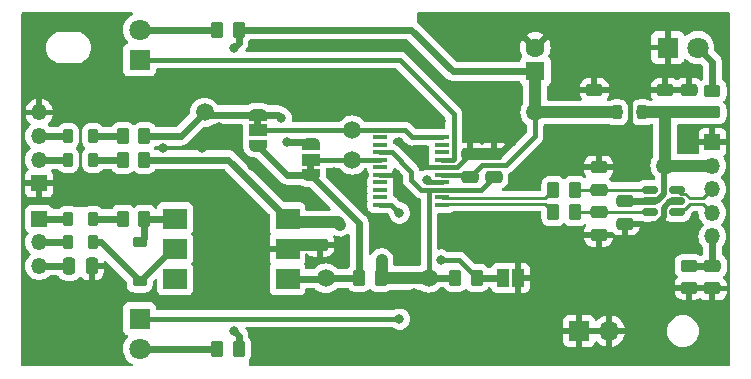
<source format=gbr>
%TF.GenerationSoftware,KiCad,Pcbnew,7.0.1*%
%TF.CreationDate,2023-03-31T12:03:07-04:00*%
%TF.ProjectId,miditerm,6d696469-7465-4726-9d2e-6b696361645f,0.1*%
%TF.SameCoordinates,Original*%
%TF.FileFunction,Copper,L1,Top*%
%TF.FilePolarity,Positive*%
%FSLAX46Y46*%
G04 Gerber Fmt 4.6, Leading zero omitted, Abs format (unit mm)*
G04 Created by KiCad (PCBNEW 7.0.1) date 2023-03-31 12:03:07*
%MOMM*%
%LPD*%
G01*
G04 APERTURE LIST*
G04 Aperture macros list*
%AMRoundRect*
0 Rectangle with rounded corners*
0 $1 Rounding radius*
0 $2 $3 $4 $5 $6 $7 $8 $9 X,Y pos of 4 corners*
0 Add a 4 corners polygon primitive as box body*
4,1,4,$2,$3,$4,$5,$6,$7,$8,$9,$2,$3,0*
0 Add four circle primitives for the rounded corners*
1,1,$1+$1,$2,$3*
1,1,$1+$1,$4,$5*
1,1,$1+$1,$6,$7*
1,1,$1+$1,$8,$9*
0 Add four rect primitives between the rounded corners*
20,1,$1+$1,$2,$3,$4,$5,0*
20,1,$1+$1,$4,$5,$6,$7,0*
20,1,$1+$1,$6,$7,$8,$9,0*
20,1,$1+$1,$8,$9,$2,$3,0*%
%AMFreePoly0*
4,1,19,0.550000,-0.750000,0.000000,-0.750000,0.000000,-0.744911,-0.071157,-0.744911,-0.207708,-0.704816,-0.327430,-0.627875,-0.420627,-0.520320,-0.479746,-0.390866,-0.500000,-0.250000,-0.500000,0.250000,-0.479746,0.390866,-0.420627,0.520320,-0.327430,0.627875,-0.207708,0.704816,-0.071157,0.744911,0.000000,0.744911,0.000000,0.750000,0.550000,0.750000,0.550000,-0.750000,0.550000,-0.750000,
$1*%
%AMFreePoly1*
4,1,19,0.000000,0.744911,0.071157,0.744911,0.207708,0.704816,0.327430,0.627875,0.420627,0.520320,0.479746,0.390866,0.500000,0.250000,0.500000,-0.250000,0.479746,-0.390866,0.420627,-0.520320,0.327430,-0.627875,0.207708,-0.704816,0.071157,-0.744911,0.000000,-0.744911,0.000000,-0.750000,-0.550000,-0.750000,-0.550000,0.750000,0.000000,0.750000,0.000000,0.744911,0.000000,0.744911,
$1*%
G04 Aperture macros list end*
%TA.AperFunction,SMDPad,CuDef*%
%ADD10C,1.500000*%
%TD*%
%TA.AperFunction,SMDPad,CuDef*%
%ADD11RoundRect,0.250000X-0.475000X0.250000X-0.475000X-0.250000X0.475000X-0.250000X0.475000X0.250000X0*%
%TD*%
%TA.AperFunction,SMDPad,CuDef*%
%ADD12RoundRect,0.250000X0.262500X0.450000X-0.262500X0.450000X-0.262500X-0.450000X0.262500X-0.450000X0*%
%TD*%
%TA.AperFunction,SMDPad,CuDef*%
%ADD13R,2.000000X1.780000*%
%TD*%
%TA.AperFunction,SMDPad,CuDef*%
%ADD14RoundRect,0.250000X0.250000X0.475000X-0.250000X0.475000X-0.250000X-0.475000X0.250000X-0.475000X0*%
%TD*%
%TA.AperFunction,ComponentPad*%
%ADD15R,1.350000X1.350000*%
%TD*%
%TA.AperFunction,ComponentPad*%
%ADD16O,1.350000X1.350000*%
%TD*%
%TA.AperFunction,SMDPad,CuDef*%
%ADD17RoundRect,0.218750X-0.218750X-0.381250X0.218750X-0.381250X0.218750X0.381250X-0.218750X0.381250X0*%
%TD*%
%TA.AperFunction,SMDPad,CuDef*%
%ADD18RoundRect,0.225000X-0.375000X0.225000X-0.375000X-0.225000X0.375000X-0.225000X0.375000X0.225000X0*%
%TD*%
%TA.AperFunction,SMDPad,CuDef*%
%ADD19RoundRect,0.250000X-0.450000X0.262500X-0.450000X-0.262500X0.450000X-0.262500X0.450000X0.262500X0*%
%TD*%
%TA.AperFunction,ComponentPad*%
%ADD20R,1.600000X1.600000*%
%TD*%
%TA.AperFunction,ComponentPad*%
%ADD21C,1.600000*%
%TD*%
%TA.AperFunction,ComponentPad*%
%ADD22R,1.800000X1.800000*%
%TD*%
%TA.AperFunction,ComponentPad*%
%ADD23C,1.800000*%
%TD*%
%TA.AperFunction,SMDPad,CuDef*%
%ADD24RoundRect,0.150000X0.512500X0.150000X-0.512500X0.150000X-0.512500X-0.150000X0.512500X-0.150000X0*%
%TD*%
%TA.AperFunction,SMDPad,CuDef*%
%ADD25RoundRect,0.250000X0.450000X-0.262500X0.450000X0.262500X-0.450000X0.262500X-0.450000X-0.262500X0*%
%TD*%
%TA.AperFunction,SMDPad,CuDef*%
%ADD26R,1.000000X1.500000*%
%TD*%
%TA.AperFunction,SMDPad,CuDef*%
%ADD27RoundRect,0.218750X0.218750X0.381250X-0.218750X0.381250X-0.218750X-0.381250X0.218750X-0.381250X0*%
%TD*%
%TA.AperFunction,SMDPad,CuDef*%
%ADD28RoundRect,0.250000X-0.262500X-0.450000X0.262500X-0.450000X0.262500X0.450000X-0.262500X0.450000X0*%
%TD*%
%TA.AperFunction,SMDPad,CuDef*%
%ADD29RoundRect,0.250000X0.475000X-0.250000X0.475000X0.250000X-0.475000X0.250000X-0.475000X-0.250000X0*%
%TD*%
%TA.AperFunction,SMDPad,CuDef*%
%ADD30R,1.200000X0.400000*%
%TD*%
%TA.AperFunction,SMDPad,CuDef*%
%ADD31FreePoly0,270.000000*%
%TD*%
%TA.AperFunction,SMDPad,CuDef*%
%ADD32R,1.500000X1.000000*%
%TD*%
%TA.AperFunction,SMDPad,CuDef*%
%ADD33FreePoly1,270.000000*%
%TD*%
%TA.AperFunction,SMDPad,CuDef*%
%ADD34FreePoly0,90.000000*%
%TD*%
%TA.AperFunction,SMDPad,CuDef*%
%ADD35FreePoly1,90.000000*%
%TD*%
%TA.AperFunction,ComponentPad*%
%ADD36R,1.700000X1.700000*%
%TD*%
%TA.AperFunction,ComponentPad*%
%ADD37O,1.700000X1.700000*%
%TD*%
%TA.AperFunction,ViaPad*%
%ADD38C,0.800000*%
%TD*%
%TA.AperFunction,Conductor*%
%ADD39C,0.400000*%
%TD*%
%TA.AperFunction,Conductor*%
%ADD40C,0.500000*%
%TD*%
%TA.AperFunction,Conductor*%
%ADD41C,1.000000*%
%TD*%
%TA.AperFunction,Conductor*%
%ADD42C,0.600000*%
%TD*%
%TA.AperFunction,Conductor*%
%ADD43C,0.261112*%
%TD*%
G04 APERTURE END LIST*
%TA.AperFunction,EtchedComponent*%
%TO.C,JP2*%
G36*
X120300000Y-84600000D02*
G01*
X119700000Y-84600000D01*
X119700000Y-84100000D01*
X120300000Y-84100000D01*
X120300000Y-84600000D01*
G37*
%TD.AperFunction*%
%TA.AperFunction,EtchedComponent*%
%TO.C,JP3*%
G36*
X124800000Y-88400000D02*
G01*
X124200000Y-88400000D01*
X124200000Y-87900000D01*
X124800000Y-87900000D01*
X124800000Y-88400000D01*
G37*
%TD.AperFunction*%
%TD*%
D10*
%TO.P,TP3,1,1*%
%TO.N,+3V3*%
X134500000Y-97500000D03*
%TD*%
D11*
%TO.P,C5,1*%
%TO.N,GND*%
X156500000Y-81600000D03*
%TO.P,C5,2*%
%TO.N,VBUS*%
X156500000Y-83500000D03*
%TD*%
D10*
%TO.P,TP5,1,1*%
%TO.N,/RXD*%
X128000000Y-87500000D03*
%TD*%
D12*
%TO.P,R8,1*%
%TO.N,+3V3*%
X130412500Y-97500000D03*
%TO.P,R8,2*%
%TO.N,/MIDI_IN*%
X128587500Y-97500000D03*
%TD*%
D10*
%TO.P,TP1,1,1*%
%TO.N,VBUS*%
X154500000Y-88000000D03*
%TD*%
D13*
%TO.P,U3,1*%
%TO.N,Net-(D3-K)*%
X113000000Y-92500000D03*
%TO.P,U3,2*%
%TO.N,Net-(D3-A)*%
X113000000Y-95040000D03*
%TO.P,U3,3*%
%TO.N,unconnected-(U3-Pad3)*%
X113000000Y-97580000D03*
%TO.P,U3,4*%
%TO.N,/MIDI_IN*%
X122530000Y-97580000D03*
%TO.P,U3,5*%
%TO.N,GND*%
X122530000Y-95040000D03*
%TO.P,U3,6*%
%TO.N,+3V3*%
X122530000Y-92500000D03*
%TD*%
D14*
%TO.P,C11,1*%
%TO.N,GND*%
X105950000Y-96500000D03*
%TO.P,C11,2*%
%TO.N,Net-(J2-Pin_3)*%
X104050000Y-96500000D03*
%TD*%
D15*
%TO.P,J1,1,Pin_1*%
%TO.N,GND*%
X158500000Y-86000000D03*
D16*
%TO.P,J1,2,Pin_2*%
%TO.N,VBUS*%
X158500000Y-88000000D03*
%TO.P,J1,3,Pin_3*%
%TO.N,/USB_IN_D-*%
X158500000Y-90000000D03*
%TO.P,J1,4,Pin_4*%
%TO.N,/USB_IN_D+*%
X158500000Y-92000000D03*
%TO.P,J1,5,Pin_5*%
%TO.N,/USB_SHEILD*%
X158500000Y-94000000D03*
%TD*%
D11*
%TO.P,C12,1*%
%TO.N,+3V3*%
X125265000Y-92800000D03*
%TO.P,C12,2*%
%TO.N,GND*%
X125265000Y-94700000D03*
%TD*%
D17*
%TO.P,FB3,1*%
%TO.N,/MIDI_IN_PIN5*%
X103937500Y-94500000D03*
%TO.P,FB3,2*%
%TO.N,Net-(D3-A)*%
X106062500Y-94500000D03*
%TD*%
D15*
%TO.P,J2,1,Pin_1*%
%TO.N,/MIDI_IN_PIN4*%
X101500000Y-92500000D03*
D16*
%TO.P,J2,2,Pin_2*%
%TO.N,/MIDI_IN_PIN5*%
X101500000Y-94500000D03*
%TO.P,J2,3,Pin_3*%
%TO.N,Net-(J2-Pin_3)*%
X101500000Y-96500000D03*
%TD*%
D18*
%TO.P,D3,1,K*%
%TO.N,Net-(D3-K)*%
X110000000Y-94500000D03*
%TO.P,D3,2,A*%
%TO.N,Net-(D3-A)*%
X110000000Y-97800000D03*
%TD*%
D19*
%TO.P,R1,1*%
%TO.N,/USB_SHEILD*%
X156500000Y-96500000D03*
%TO.P,R1,2*%
%TO.N,GND*%
X156500000Y-98325000D03*
%TD*%
D12*
%TO.P,R2,1*%
%TO.N,/USB_TVS_D+*%
X146862500Y-91950000D03*
%TO.P,R2,2*%
%TO.N,/USBD+*%
X145037500Y-91950000D03*
%TD*%
%TO.P,R5,1*%
%TO.N,+5V*%
X118412500Y-76500000D03*
%TO.P,R5,2*%
%TO.N,Net-(D1-A)*%
X116587500Y-76500000D03*
%TD*%
D20*
%TO.P,C9,1*%
%TO.N,+5V*%
X143500000Y-80000000D03*
D21*
%TO.P,C9,2*%
%TO.N,GND*%
X143500000Y-78000000D03*
%TD*%
D22*
%TO.P,D4,1,K*%
%TO.N,GND*%
X154725000Y-78000000D03*
D23*
%TO.P,D4,2,A*%
%TO.N,Net-(D4-A)*%
X157265000Y-78000000D03*
%TD*%
D11*
%TO.P,C6,1*%
%TO.N,GND*%
X154500000Y-81600000D03*
%TO.P,C6,2*%
%TO.N,VBUS*%
X154500000Y-83500000D03*
%TD*%
D24*
%TO.P,U1,1,I/O1*%
%TO.N,/USB_IN_D+*%
X155500000Y-91950000D03*
%TO.P,U1,2,GND*%
%TO.N,GND*%
X155500000Y-91000000D03*
%TO.P,U1,3,I/O2*%
%TO.N,/USB_IN_D-*%
X155500000Y-90050000D03*
%TO.P,U1,4,I/O2*%
%TO.N,/USB_TVS_D-*%
X153225000Y-90050000D03*
%TO.P,U1,5,VBUS*%
%TO.N,VBUS*%
X153225000Y-91000000D03*
%TO.P,U1,6,I/O1*%
%TO.N,/USB_TVS_D+*%
X153225000Y-91950000D03*
%TD*%
D25*
%TO.P,R11,1*%
%TO.N,VBUS*%
X158500000Y-83500000D03*
%TO.P,R11,2*%
%TO.N,Net-(D4-A)*%
X158500000Y-81675000D03*
%TD*%
D12*
%TO.P,R6,1*%
%TO.N,+5V*%
X118412500Y-103500000D03*
%TO.P,R6,2*%
%TO.N,Net-(D2-A)*%
X116587500Y-103500000D03*
%TD*%
D11*
%TO.P,C3,1*%
%TO.N,GND*%
X148862500Y-88150000D03*
%TO.P,C3,2*%
%TO.N,/USB_TVS_D-*%
X148862500Y-90050000D03*
%TD*%
D26*
%TO.P,JP1,1,A*%
%TO.N,/~{RESET}*%
X140750000Y-97500000D03*
%TO.P,JP1,2,B*%
%TO.N,GND*%
X142050000Y-97500000D03*
%TD*%
D11*
%TO.P,C10,1*%
%TO.N,GND*%
X140000000Y-87050000D03*
%TO.P,C10,2*%
%TO.N,+3V3*%
X140000000Y-88950000D03*
%TD*%
D27*
%TO.P,FB5,1*%
%TO.N,Net-(FB5-Pad1)*%
X106062500Y-85500000D03*
%TO.P,FB5,2*%
%TO.N,/MIDI_OUT_PIN5*%
X103937500Y-85500000D03*
%TD*%
%TO.P,FB1,1*%
%TO.N,VBUS*%
X152562500Y-83500000D03*
%TO.P,FB1,2*%
%TO.N,+5V*%
X150437500Y-83500000D03*
%TD*%
D28*
%TO.P,R7,1*%
%TO.N,Net-(FB2-Pad2)*%
X108587500Y-92500000D03*
%TO.P,R7,2*%
%TO.N,Net-(D3-K)*%
X110412500Y-92500000D03*
%TD*%
D11*
%TO.P,C2,1*%
%TO.N,VBUS*%
X151112500Y-91000000D03*
%TO.P,C2,2*%
%TO.N,GND*%
X151112500Y-92900000D03*
%TD*%
D27*
%TO.P,FB4,1*%
%TO.N,Net-(FB4-Pad1)*%
X106062500Y-87500000D03*
%TO.P,FB4,2*%
%TO.N,/MIDI_OUT_PIN4*%
X103937500Y-87500000D03*
%TD*%
D15*
%TO.P,J3,1,Pin_1*%
%TO.N,GND*%
X101500000Y-89500000D03*
D16*
%TO.P,J3,2,Pin_2*%
%TO.N,/MIDI_OUT_PIN4*%
X101500000Y-87500000D03*
%TO.P,J3,3,Pin_3*%
%TO.N,/MIDI_OUT_PIN5*%
X101500000Y-85500000D03*
%TO.P,J3,4,Pin_4*%
%TO.N,GND*%
X101500000Y-83500000D03*
%TD*%
D10*
%TO.P,TP4,1,1*%
%TO.N,/TXD*%
X128000000Y-85000000D03*
%TD*%
D12*
%TO.P,R3,1*%
%TO.N,/USB_TVS_D-*%
X146862500Y-90050000D03*
%TO.P,R3,2*%
%TO.N,/USBD-*%
X145037500Y-90050000D03*
%TD*%
D17*
%TO.P,FB2,1*%
%TO.N,/MIDI_IN_PIN4*%
X103937500Y-92500000D03*
%TO.P,FB2,2*%
%TO.N,Net-(FB2-Pad2)*%
X106062500Y-92500000D03*
%TD*%
D11*
%TO.P,C7,1*%
%TO.N,GND*%
X148500000Y-81600000D03*
%TO.P,C7,2*%
%TO.N,+5V*%
X148500000Y-83500000D03*
%TD*%
D29*
%TO.P,C4,1*%
%TO.N,GND*%
X148862500Y-93850000D03*
%TO.P,C4,2*%
%TO.N,/USB_TVS_D+*%
X148862500Y-91950000D03*
%TD*%
D12*
%TO.P,R9,1*%
%TO.N,/MIDI_OUT*%
X110412500Y-85500000D03*
%TO.P,R9,2*%
%TO.N,Net-(FB5-Pad1)*%
X108587500Y-85500000D03*
%TD*%
D11*
%TO.P,C8,1*%
%TO.N,GND*%
X138000000Y-87050000D03*
%TO.P,C8,2*%
%TO.N,+5V*%
X138000000Y-88950000D03*
%TD*%
D22*
%TO.P,D1,1,K*%
%TO.N,/TXLED*%
X110000000Y-79040000D03*
D23*
%TO.P,D1,2,A*%
%TO.N,Net-(D1-A)*%
X110000000Y-76500000D03*
%TD*%
D28*
%TO.P,R4,1*%
%TO.N,+3V3*%
X136750000Y-97500000D03*
%TO.P,R4,2*%
%TO.N,/~{RESET}*%
X138575000Y-97500000D03*
%TD*%
D10*
%TO.P,TP6,1,1*%
%TO.N,/MIDI_IN*%
X125765000Y-97540000D03*
%TD*%
D30*
%TO.P,U2,1,~{DTR}*%
%TO.N,unconnected-(U2-~{DTR}-Pad1)*%
X130400000Y-85592500D03*
%TO.P,U2,2,~{RTS}*%
%TO.N,unconnected-(U2-~{RTS}-Pad2)*%
X130400000Y-86227500D03*
%TO.P,U2,3,VCCIO*%
%TO.N,+3V3*%
X130400000Y-86862500D03*
%TO.P,U2,4,RXD*%
%TO.N,/RXD*%
X130400000Y-87497500D03*
%TO.P,U2,5,~{RI}*%
%TO.N,unconnected-(U2-~{RI}-Pad5)*%
X130400000Y-88132500D03*
%TO.P,U2,6,GND*%
%TO.N,GND*%
X130400000Y-88767500D03*
%TO.P,U2,7,~{DSR}*%
%TO.N,unconnected-(U2-~{DSR}-Pad7)*%
X130400000Y-89402500D03*
%TO.P,U2,8,~{DCD}*%
%TO.N,unconnected-(U2-~{DCD}-Pad8)*%
X130400000Y-90037500D03*
%TO.P,U2,9,~{CTS}*%
%TO.N,unconnected-(U2-~{CTS}-Pad9)*%
X130400000Y-90672500D03*
%TO.P,U2,10,CBUS2*%
%TO.N,/RXLED*%
X130400000Y-91307500D03*
%TO.P,U2,11,USBDP*%
%TO.N,/USBD+*%
X135600000Y-91307500D03*
%TO.P,U2,12,USBDM*%
%TO.N,/USBD-*%
X135600000Y-90672500D03*
%TO.P,U2,13,3V3OUT*%
%TO.N,+3V3*%
X135600000Y-90037500D03*
%TO.P,U2,14,~{RESET}*%
%TO.N,/~{RESET}*%
X135600000Y-89402500D03*
%TO.P,U2,15,VCC*%
%TO.N,+5V*%
X135600000Y-88767500D03*
%TO.P,U2,16,GND*%
%TO.N,GND*%
X135600000Y-88132500D03*
%TO.P,U2,17,CBUS1*%
%TO.N,/TXLED*%
X135600000Y-87497500D03*
%TO.P,U2,18,CBUS0*%
%TO.N,unconnected-(U2-CBUS0-Pad18)*%
X135600000Y-86862500D03*
%TO.P,U2,19,CBUS3*%
%TO.N,unconnected-(U2-CBUS3-Pad19)*%
X135600000Y-86227500D03*
%TO.P,U2,20,TXD*%
%TO.N,/TXD*%
X135600000Y-85592500D03*
%TD*%
D10*
%TO.P,TP7,1,1*%
%TO.N,/MIDI_OUT*%
X115500000Y-83500000D03*
%TD*%
D31*
%TO.P,JP2,1,A*%
%TO.N,/MIDI_OUT*%
X120000000Y-83700000D03*
D32*
%TO.P,JP2,2,C*%
%TO.N,/TXD*%
X120000000Y-85000000D03*
D33*
%TO.P,JP2,3,B*%
%TO.N,/MIDI_IN*%
X120000000Y-86300000D03*
%TD*%
D22*
%TO.P,D2,1,K*%
%TO.N,/RXLED*%
X110000000Y-100960000D03*
D23*
%TO.P,D2,2,A*%
%TO.N,Net-(D2-A)*%
X110000000Y-103500000D03*
%TD*%
D34*
%TO.P,JP3,1,A*%
%TO.N,/MIDI_IN*%
X124500000Y-88800000D03*
D32*
%TO.P,JP3,2,C*%
%TO.N,/RXD*%
X124500000Y-87500000D03*
D35*
%TO.P,JP3,3,B*%
%TO.N,/MIDI_OUT*%
X124500000Y-86200000D03*
%TD*%
D36*
%TO.P,J4,1,Pin_1*%
%TO.N,GND*%
X147225000Y-102000000D03*
D37*
%TO.P,J4,2,Pin_2*%
X149765000Y-102000000D03*
%TD*%
D12*
%TO.P,R10,1*%
%TO.N,+3V3*%
X110412500Y-87500000D03*
%TO.P,R10,2*%
%TO.N,Net-(FB4-Pad1)*%
X108587500Y-87500000D03*
%TD*%
D29*
%TO.P,C1,1*%
%TO.N,GND*%
X158500000Y-98400000D03*
%TO.P,C1,2*%
%TO.N,/USB_SHEILD*%
X158500000Y-96500000D03*
%TD*%
D10*
%TO.P,TP2,1,1*%
%TO.N,+5V*%
X143500000Y-83500000D03*
%TD*%
D38*
%TO.N,GND*%
X146500000Y-104250000D03*
X145750000Y-98500000D03*
X134000000Y-88000000D03*
X141500000Y-92500000D03*
X132000000Y-86000000D03*
X119250000Y-80250000D03*
X113000000Y-84250000D03*
X145000000Y-82000000D03*
X151250000Y-94500000D03*
X103250000Y-90000000D03*
X133250000Y-91000000D03*
X103750000Y-100750000D03*
X112000000Y-88750000D03*
X119500000Y-88000000D03*
X130750000Y-102250000D03*
X136500000Y-101500000D03*
X111250000Y-90750000D03*
X122000000Y-102250000D03*
X135750000Y-92500000D03*
X105000000Y-82250000D03*
X104250000Y-104250000D03*
X130750000Y-99500000D03*
X145500000Y-85000000D03*
X157000000Y-93000000D03*
X151750000Y-97500000D03*
X108000000Y-104250000D03*
X151500000Y-80500000D03*
X119750000Y-77750000D03*
X107000000Y-81000000D03*
X133250000Y-96000000D03*
X100750000Y-75750000D03*
X159000000Y-76750000D03*
X123750000Y-81500000D03*
X125750000Y-102250000D03*
X126500000Y-88500000D03*
X119500000Y-98250000D03*
X107500000Y-97250000D03*
X127500000Y-81000000D03*
X132250000Y-77750000D03*
X140500000Y-76250000D03*
X141500000Y-81250000D03*
X100750000Y-104250000D03*
X147000000Y-86250000D03*
X107250000Y-88750000D03*
X122000000Y-90250000D03*
X146500000Y-76250000D03*
X148250000Y-79750000D03*
X108250000Y-75500000D03*
X152750000Y-76250000D03*
X144000000Y-87750000D03*
X114500000Y-90500000D03*
X152500000Y-102750000D03*
X133250000Y-98750000D03*
X143000000Y-102250000D03*
X115250000Y-86500000D03*
X116500000Y-95250000D03*
X159250000Y-104250000D03*
X151500000Y-85000000D03*
X116750000Y-88750000D03*
X119250000Y-82250000D03*
X134250000Y-103250000D03*
X127250000Y-96250000D03*
X156000000Y-86500000D03*
X141750000Y-89500000D03*
X100750000Y-101250000D03*
X141500000Y-86000000D03*
X125500000Y-83750000D03*
X119500000Y-91750000D03*
X136000000Y-81250000D03*
X147000000Y-94000000D03*
X128750000Y-91000000D03*
X124500000Y-96250000D03*
X116750000Y-80250000D03*
X116750000Y-98250000D03*
X116500000Y-92500000D03*
X116750000Y-84750000D03*
X130250000Y-92500000D03*
X153000000Y-93250000D03*
X137250000Y-78750000D03*
X145500000Y-96000000D03*
X139250000Y-103000000D03*
X138000000Y-85500000D03*
X137750000Y-94000000D03*
X134500000Y-75500000D03*
X100750000Y-98250000D03*
X152750000Y-88750000D03*
X102250000Y-81000000D03*
X140000000Y-85500000D03*
X111000000Y-82500000D03*
X154250000Y-95500000D03*
X135500000Y-84250000D03*
X122500000Y-99750000D03*
X157000000Y-95000000D03*
X120500000Y-95000000D03*
X140000000Y-83000000D03*
X112000000Y-86500000D03*
X114750000Y-99750000D03*
X127250000Y-94500000D03*
X131500000Y-80250000D03*
X126000000Y-77750000D03*
X159500000Y-101000000D03*
X111750000Y-80250000D03*
X131750000Y-88750000D03*
%TO.N,+3V3*%
X130500000Y-96000000D03*
X127000000Y-93000000D03*
%TO.N,/~{RESET}*%
X134367025Y-89238000D03*
X135500000Y-96000000D03*
%TO.N,+5V*%
X118000000Y-78000000D03*
X118000000Y-102000000D03*
%TO.N,/RXLED*%
X132000000Y-101000000D03*
X132000000Y-92000000D03*
%TO.N,/MIDI_OUT*%
X122000000Y-84000000D03*
X122500000Y-86000000D03*
%TD*%
D39*
%TO.N,GND*%
X134132500Y-88132500D02*
X135600000Y-88132500D01*
X134000000Y-88000000D02*
X134132500Y-88132500D01*
%TO.N,/~{RESET}*%
X134531525Y-89402500D02*
X135600000Y-89402500D01*
X134367025Y-89238000D02*
X134531525Y-89402500D01*
%TO.N,+3V3*%
X133000000Y-89250000D02*
X133787500Y-90037500D01*
X133787500Y-90037500D02*
X135600000Y-90037500D01*
X131365000Y-86865000D02*
X133000000Y-88500000D01*
X131365000Y-86862500D02*
X131365000Y-86865000D01*
X133000000Y-88500000D02*
X133000000Y-89250000D01*
X130400000Y-86862500D02*
X131365000Y-86862500D01*
%TO.N,GND*%
X131750000Y-88750000D02*
X131732500Y-88767500D01*
X131732500Y-88767500D02*
X130400000Y-88767500D01*
D40*
%TO.N,VBUS*%
X154387500Y-90398528D02*
X154387500Y-88112500D01*
D41*
X158500000Y-88000000D02*
X154500000Y-88000000D01*
X154500000Y-83500000D02*
X152562500Y-83500000D01*
X156500000Y-83500000D02*
X158500000Y-83500000D01*
D42*
X153225000Y-91000000D02*
X151112500Y-91000000D01*
D41*
X156500000Y-83500000D02*
X154500000Y-83500000D01*
X154500000Y-83500000D02*
X154500000Y-88000000D01*
D40*
X153225000Y-91000000D02*
X153786028Y-91000000D01*
X153786028Y-91000000D02*
X154387500Y-90398528D01*
X154387500Y-88112500D02*
X154500000Y-88000000D01*
%TO.N,GND*%
X153786028Y-92900000D02*
X153350000Y-92900000D01*
D41*
X140000000Y-87050000D02*
X138000000Y-87050000D01*
X125265000Y-94700000D02*
X122870000Y-94700000D01*
D42*
X140000000Y-87050000D02*
X140450000Y-87050000D01*
D39*
X136917500Y-88132500D02*
X138000000Y-87050000D01*
D42*
X140450000Y-87050000D02*
X141500000Y-86000000D01*
D40*
X154362500Y-91576472D02*
X154362500Y-92323528D01*
X154362500Y-92323528D02*
X153786028Y-92900000D01*
D39*
X151500000Y-80500000D02*
X151500000Y-85000000D01*
D40*
X153350000Y-92900000D02*
X153000000Y-93250000D01*
X155500000Y-91000000D02*
X154938972Y-91000000D01*
X154938972Y-91000000D02*
X154362500Y-91576472D01*
D41*
X122870000Y-94700000D02*
X122530000Y-95040000D01*
D40*
X153000000Y-93250000D02*
X152650000Y-92900000D01*
D39*
X135600000Y-88132500D02*
X136917500Y-88132500D01*
D40*
X152650000Y-92900000D02*
X151112500Y-92900000D01*
D41*
%TO.N,+3V3*%
X130500000Y-97412500D02*
X130412500Y-97500000D01*
D39*
X134500000Y-90075000D02*
X134500000Y-97500000D01*
X134537500Y-90037500D02*
X134500000Y-90075000D01*
D41*
X130412500Y-97500000D02*
X134500000Y-97500000D01*
X125265000Y-92800000D02*
X122830000Y-92800000D01*
X125265000Y-92800000D02*
X126800000Y-92800000D01*
X122830000Y-92800000D02*
X122530000Y-92500000D01*
X130500000Y-96000000D02*
X130500000Y-97412500D01*
D39*
X138912500Y-90037500D02*
X140000000Y-88950000D01*
D42*
X110412500Y-87500000D02*
X117530000Y-87500000D01*
D41*
X126800000Y-92800000D02*
X127000000Y-93000000D01*
D39*
X135600000Y-90037500D02*
X138912500Y-90037500D01*
D42*
X117530000Y-87500000D02*
X122530000Y-92500000D01*
D39*
X134537500Y-90037500D02*
X135600000Y-90037500D01*
D42*
X136750000Y-97500000D02*
X134500000Y-97500000D01*
D43*
%TO.N,/USBD+*%
X145037500Y-91950000D02*
X144319657Y-91232157D01*
X144319656Y-91232156D02*
X136530900Y-91232156D01*
X145037500Y-91950000D02*
X144319656Y-91232156D01*
X135678544Y-91228956D02*
X136500000Y-91228956D01*
X144319657Y-91232157D02*
X144319656Y-91232156D01*
X135600000Y-91307500D02*
X135678544Y-91228956D01*
%TO.N,/USBD-*%
X145037500Y-90050000D02*
X144319656Y-90767844D01*
X144319657Y-90767843D02*
X144319656Y-90767844D01*
X136422844Y-90767844D02*
X144319656Y-90767844D01*
X135600000Y-90672500D02*
X135695344Y-90767844D01*
X145037500Y-90050000D02*
X144319657Y-90767843D01*
X135695344Y-90767844D02*
X136500000Y-90767844D01*
D39*
%TO.N,/~{RESET}*%
X135500000Y-96000000D02*
X137075000Y-96000000D01*
D42*
X138575000Y-97500000D02*
X140750000Y-97500000D01*
D39*
X137075000Y-96000000D02*
X138575000Y-97500000D01*
D43*
%TO.N,/USB_TVS_D-*%
X148862500Y-90050000D02*
X146862500Y-90050000D01*
X153225000Y-90050000D02*
X148862500Y-90050000D01*
%TO.N,/USB_TVS_D+*%
X153225000Y-91950000D02*
X148862500Y-91950000D01*
X148862500Y-91950000D02*
X146862500Y-91950000D01*
D39*
%TO.N,+5V*%
X141050000Y-87950000D02*
X143500000Y-85500000D01*
D41*
X148500000Y-83500000D02*
X150437500Y-83500000D01*
D39*
X137817500Y-88767500D02*
X138000000Y-88950000D01*
D42*
X143500000Y-80000000D02*
X136500000Y-80000000D01*
X118412500Y-77587500D02*
X118000000Y-78000000D01*
D39*
X143500000Y-85500000D02*
X143500000Y-83500000D01*
D42*
X118412500Y-102412500D02*
X118000000Y-102000000D01*
X118412500Y-76500000D02*
X118412500Y-77587500D01*
D39*
X139000000Y-87950000D02*
X141050000Y-87950000D01*
X138000000Y-88950000D02*
X139000000Y-87950000D01*
D42*
X133000000Y-76500000D02*
X118412500Y-76500000D01*
X136500000Y-80000000D02*
X133000000Y-76500000D01*
D39*
X135600000Y-88767500D02*
X137817500Y-88767500D01*
D41*
X143500000Y-80000000D02*
X143500000Y-83500000D01*
X143500000Y-83500000D02*
X148500000Y-83500000D01*
D42*
X118412500Y-103500000D02*
X118412500Y-102412500D01*
%TO.N,Net-(J2-Pin_3)*%
X101500000Y-96500000D02*
X104050000Y-96500000D01*
D39*
%TO.N,/TXLED*%
X136565000Y-87497500D02*
X136600000Y-87462500D01*
X135600000Y-87497500D02*
X136565000Y-87497500D01*
X132040000Y-79040000D02*
X110000000Y-79040000D01*
X136600000Y-87462500D02*
X136600000Y-83600000D01*
X136600000Y-83600000D02*
X132040000Y-79040000D01*
D42*
%TO.N,Net-(D1-A)*%
X116587500Y-76500000D02*
X110000000Y-76500000D01*
D39*
%TO.N,/RXLED*%
X132000000Y-101000000D02*
X131960000Y-100960000D01*
X131960000Y-100960000D02*
X110000000Y-100960000D01*
X131307500Y-91307500D02*
X132000000Y-92000000D01*
X130400000Y-91307500D02*
X131307500Y-91307500D01*
D42*
%TO.N,Net-(D2-A)*%
X116500000Y-103500000D02*
X110000000Y-103500000D01*
%TO.N,Net-(D3-K)*%
X110412500Y-92500000D02*
X113000000Y-92500000D01*
X110412500Y-92500000D02*
X110412500Y-94087500D01*
X110412500Y-94087500D02*
X110000000Y-94500000D01*
%TO.N,Net-(D3-A)*%
X106700000Y-94500000D02*
X110000000Y-97800000D01*
X106062500Y-94500000D02*
X106700000Y-94500000D01*
X113000000Y-95040000D02*
X112760000Y-95040000D01*
X112760000Y-95040000D02*
X110000000Y-97800000D01*
X112850000Y-95190000D02*
X113000000Y-95040000D01*
%TO.N,/MIDI_IN_PIN4*%
X101500000Y-92500000D02*
X103937500Y-92500000D01*
%TO.N,Net-(FB2-Pad2)*%
X106062500Y-92500000D02*
X108587500Y-92500000D01*
%TO.N,/MIDI_IN_PIN5*%
X101500000Y-94500000D02*
X103937500Y-94500000D01*
%TO.N,Net-(FB4-Pad1)*%
X106062500Y-87500000D02*
X108587500Y-87500000D01*
%TO.N,/MIDI_OUT_PIN4*%
X101500000Y-87500000D02*
X103937500Y-87500000D01*
%TO.N,Net-(FB5-Pad1)*%
X106062500Y-85500000D02*
X108587500Y-85500000D01*
%TO.N,/MIDI_OUT_PIN5*%
X101500000Y-85500000D02*
X103937500Y-85500000D01*
D43*
%TO.N,/USB_IN_D+*%
X157732157Y-91232157D02*
X156609952Y-91232157D01*
X156211553Y-91630556D02*
X155819444Y-91630556D01*
X156609952Y-91232157D02*
X156211553Y-91630556D01*
X155819444Y-91630556D02*
X155500000Y-91950000D01*
X158500000Y-92000000D02*
X157732157Y-91232157D01*
%TO.N,/USB_IN_D-*%
X156211553Y-90369444D02*
X155819444Y-90369444D01*
X156609952Y-90767843D02*
X156211553Y-90369444D01*
X157732157Y-90767843D02*
X156609952Y-90767843D01*
X158500000Y-90000000D02*
X157732157Y-90767843D01*
X155819444Y-90369444D02*
X155500000Y-90050000D01*
D42*
%TO.N,/MIDI_OUT*%
X124300000Y-86000000D02*
X124500000Y-86200000D01*
X115700000Y-83700000D02*
X115500000Y-83500000D01*
X122500000Y-86000000D02*
X124300000Y-86000000D01*
X113500000Y-85500000D02*
X115500000Y-83500000D01*
X120000000Y-83700000D02*
X121700000Y-83700000D01*
X120000000Y-83700000D02*
X115700000Y-83700000D01*
X110412500Y-85500000D02*
X113500000Y-85500000D01*
X121700000Y-83700000D02*
X122000000Y-84000000D01*
D39*
%TO.N,/TXD*%
X120000000Y-85000000D02*
X128000000Y-85000000D01*
X132492500Y-84992500D02*
X133092500Y-85592500D01*
X128007500Y-84992500D02*
X132492500Y-84992500D01*
X128000000Y-85000000D02*
X128007500Y-84992500D01*
X133092500Y-85592500D02*
X135600000Y-85592500D01*
D42*
%TO.N,/MIDI_IN*%
X128587500Y-92887500D02*
X124500000Y-88800000D01*
X125765000Y-97540000D02*
X128547500Y-97540000D01*
X128587500Y-97500000D02*
X128587500Y-92887500D01*
X125725000Y-97580000D02*
X125765000Y-97540000D01*
X122500000Y-88800000D02*
X124500000Y-88800000D01*
X120000000Y-86300000D02*
X122500000Y-88800000D01*
X128547500Y-97540000D02*
X128587500Y-97500000D01*
X122530000Y-97580000D02*
X125725000Y-97580000D01*
D39*
%TO.N,/RXD*%
X128000000Y-87500000D02*
X130397500Y-87500000D01*
X124500000Y-87500000D02*
X128000000Y-87500000D01*
X130397500Y-87500000D02*
X130400000Y-87497500D01*
D42*
%TO.N,Net-(D4-A)*%
X158500000Y-79235000D02*
X157265000Y-78000000D01*
X158500000Y-81675000D02*
X158500000Y-79235000D01*
%TO.N,/USB_SHEILD*%
X158500000Y-96500000D02*
X156500000Y-96500000D01*
X158500000Y-94000000D02*
X158500000Y-96500000D01*
%TD*%
%TA.AperFunction,Conductor*%
%TO.N,GND*%
G36*
X109401207Y-75017456D02*
G01*
X109446680Y-75063687D01*
X109462599Y-75126550D01*
X109444610Y-75188852D01*
X109397635Y-75233553D01*
X109253369Y-75311626D01*
X109231372Y-75323531D01*
X109048215Y-75466087D01*
X108891020Y-75636848D01*
X108764076Y-75831150D01*
X108670844Y-76043696D01*
X108613865Y-76268700D01*
X108594699Y-76500000D01*
X108613865Y-76731299D01*
X108613865Y-76731301D01*
X108613866Y-76731305D01*
X108670843Y-76956300D01*
X108764076Y-77168849D01*
X108891021Y-77363153D01*
X108985803Y-77466114D01*
X109014575Y-77518865D01*
X109015168Y-77578951D01*
X108987441Y-77632261D01*
X108937906Y-77666276D01*
X108857671Y-77696202D01*
X108742454Y-77782454D01*
X108656204Y-77897668D01*
X108605909Y-78032515D01*
X108605909Y-78032517D01*
X108599755Y-78089762D01*
X108599500Y-78092130D01*
X108599500Y-79987869D01*
X108605909Y-80047483D01*
X108656204Y-80182331D01*
X108742454Y-80297546D01*
X108857669Y-80383796D01*
X108992517Y-80434091D01*
X109052127Y-80440500D01*
X110947872Y-80440499D01*
X111007483Y-80434091D01*
X111142331Y-80383796D01*
X111257546Y-80297546D01*
X111343796Y-80182331D01*
X111394091Y-80047483D01*
X111400500Y-79987873D01*
X111400500Y-79864500D01*
X111417113Y-79802500D01*
X111462500Y-79757113D01*
X111524500Y-79740500D01*
X131698481Y-79740500D01*
X131745934Y-79749939D01*
X131786162Y-79776819D01*
X135863181Y-83853838D01*
X135890061Y-83894066D01*
X135899500Y-83941519D01*
X135899500Y-84768000D01*
X135882887Y-84830000D01*
X135837500Y-84875387D01*
X135775500Y-84892000D01*
X135642375Y-84892000D01*
X135642372Y-84892000D01*
X133434019Y-84892000D01*
X133386566Y-84882561D01*
X133346338Y-84855681D01*
X133005440Y-84514783D01*
X133000322Y-84509347D01*
X132960429Y-84464317D01*
X132957724Y-84462450D01*
X132910936Y-84430154D01*
X132904905Y-84425716D01*
X132857554Y-84388620D01*
X132848313Y-84384461D01*
X132828773Y-84373441D01*
X132820430Y-84367682D01*
X132820427Y-84367681D01*
X132820426Y-84367680D01*
X132764201Y-84346356D01*
X132757283Y-84343491D01*
X132702429Y-84318803D01*
X132692452Y-84316975D01*
X132670839Y-84310950D01*
X132661373Y-84307360D01*
X132601672Y-84300110D01*
X132594271Y-84298983D01*
X132535107Y-84288141D01*
X132475066Y-84291774D01*
X132467579Y-84292000D01*
X129095382Y-84292000D01*
X129038125Y-84277989D01*
X128993807Y-84239123D01*
X128961598Y-84193123D01*
X128806877Y-84038402D01*
X128627639Y-83912898D01*
X128513313Y-83859587D01*
X128429331Y-83820425D01*
X128217974Y-83763792D01*
X127999999Y-83744722D01*
X127782025Y-83763792D01*
X127570668Y-83820425D01*
X127372361Y-83912898D01*
X127193122Y-84038402D01*
X127038405Y-84193119D01*
X127038404Y-84193121D01*
X127038402Y-84193123D01*
X127000938Y-84246625D01*
X126956623Y-84285489D01*
X126899366Y-84299500D01*
X123011697Y-84299500D01*
X122945987Y-84280658D01*
X122900246Y-84229858D01*
X122888376Y-84162541D01*
X122905460Y-84000000D01*
X122885674Y-83811744D01*
X122834476Y-83654173D01*
X122827179Y-83631715D01*
X122732533Y-83467783D01*
X122605870Y-83327110D01*
X122452730Y-83215848D01*
X122284809Y-83141084D01*
X122247564Y-83115486D01*
X122202262Y-83070184D01*
X122169850Y-83049818D01*
X122158510Y-83041772D01*
X122128586Y-83017908D01*
X122094095Y-83001298D01*
X122081933Y-82994576D01*
X122066327Y-82984770D01*
X122049520Y-82974209D01*
X122013398Y-82961570D01*
X122000553Y-82956250D01*
X121966058Y-82939638D01*
X121928736Y-82931119D01*
X121915380Y-82927272D01*
X121879252Y-82914631D01*
X121841219Y-82910345D01*
X121827518Y-82908017D01*
X121790196Y-82899500D01*
X121790194Y-82899500D01*
X121744954Y-82899500D01*
X120900900Y-82899500D01*
X120833861Y-82879815D01*
X120733158Y-82815097D01*
X120602371Y-82755368D01*
X120534773Y-82730156D01*
X120464275Y-82714819D01*
X120321960Y-82694357D01*
X120250000Y-82689210D01*
X120186606Y-82693745D01*
X120182525Y-82694037D01*
X120173680Y-82694353D01*
X119826320Y-82694353D01*
X119817474Y-82694037D01*
X119813099Y-82693724D01*
X119749999Y-82689210D01*
X119678039Y-82694357D01*
X119535724Y-82714819D01*
X119465226Y-82730156D01*
X119397628Y-82755368D01*
X119266841Y-82815097D01*
X119166139Y-82879815D01*
X119099100Y-82899500D01*
X116670654Y-82899500D01*
X116613397Y-82885489D01*
X116569079Y-82846623D01*
X116547004Y-82815097D01*
X116461598Y-82693123D01*
X116306877Y-82538402D01*
X116127639Y-82412898D01*
X116024949Y-82365013D01*
X115929331Y-82320425D01*
X115717974Y-82263792D01*
X115500000Y-82244722D01*
X115282025Y-82263792D01*
X115070668Y-82320425D01*
X114872361Y-82412898D01*
X114693122Y-82538402D01*
X114538402Y-82693122D01*
X114412898Y-82872361D01*
X114320425Y-83070668D01*
X114263792Y-83282025D01*
X114244722Y-83500000D01*
X114249594Y-83555685D01*
X114242588Y-83608903D01*
X114213747Y-83654173D01*
X113204741Y-84663181D01*
X113164513Y-84690061D01*
X113117060Y-84699500D01*
X111409798Y-84699500D01*
X111349366Y-84683777D01*
X111304259Y-84640596D01*
X111267711Y-84581342D01*
X111143657Y-84457288D01*
X110994334Y-84365186D01*
X110827797Y-84310000D01*
X110730980Y-84300110D01*
X110725008Y-84299500D01*
X110099991Y-84299500D01*
X109997203Y-84310000D01*
X109830665Y-84365186D01*
X109681342Y-84457288D01*
X109587681Y-84550950D01*
X109532094Y-84583044D01*
X109467906Y-84583044D01*
X109412319Y-84550950D01*
X109318657Y-84457288D01*
X109169334Y-84365186D01*
X109002797Y-84310000D01*
X108905980Y-84300110D01*
X108900008Y-84299500D01*
X108274991Y-84299500D01*
X108172203Y-84310000D01*
X108005665Y-84365186D01*
X107856342Y-84457288D01*
X107732288Y-84581342D01*
X107695741Y-84640596D01*
X107650634Y-84683777D01*
X107590202Y-84699500D01*
X106930535Y-84699500D01*
X106883082Y-84690061D01*
X106842854Y-84663181D01*
X106730393Y-84550720D01*
X106648974Y-84500500D01*
X106587287Y-84462451D01*
X106587286Y-84462450D01*
X106587285Y-84462450D01*
X106427685Y-84409563D01*
X106329174Y-84399500D01*
X105795826Y-84399500D01*
X105697314Y-84409563D01*
X105537714Y-84462450D01*
X105394606Y-84550720D01*
X105275720Y-84669606D01*
X105187450Y-84812714D01*
X105134563Y-84972314D01*
X105124500Y-85070826D01*
X105124500Y-85929174D01*
X105134563Y-86027685D01*
X105187450Y-86187285D01*
X105187451Y-86187287D01*
X105210837Y-86225202D01*
X105254088Y-86295323D01*
X105275719Y-86330391D01*
X105357647Y-86412319D01*
X105389740Y-86467905D01*
X105389740Y-86532092D01*
X105357647Y-86587680D01*
X105275719Y-86669608D01*
X105187450Y-86812714D01*
X105134563Y-86972314D01*
X105124500Y-87070826D01*
X105124500Y-87929174D01*
X105134563Y-88027685D01*
X105187450Y-88187285D01*
X105187451Y-88187287D01*
X105214912Y-88231808D01*
X105275720Y-88330393D01*
X105394606Y-88449279D01*
X105394608Y-88449280D01*
X105394609Y-88449281D01*
X105537713Y-88537549D01*
X105613493Y-88562660D01*
X105697314Y-88590436D01*
X105795826Y-88600500D01*
X106329174Y-88600500D01*
X106427685Y-88590436D01*
X106450397Y-88582910D01*
X106587287Y-88537549D01*
X106730391Y-88449281D01*
X106785119Y-88394553D01*
X106842854Y-88336819D01*
X106883082Y-88309939D01*
X106930535Y-88300500D01*
X107590202Y-88300500D01*
X107650634Y-88316223D01*
X107695741Y-88359404D01*
X107732288Y-88418657D01*
X107856342Y-88542711D01*
X107874445Y-88553877D01*
X108005666Y-88634814D01*
X108117017Y-88671712D01*
X108172202Y-88689999D01*
X108181729Y-88690972D01*
X108274991Y-88700500D01*
X108900008Y-88700499D01*
X109002797Y-88689999D01*
X109169334Y-88634814D01*
X109318656Y-88542712D01*
X109412320Y-88449047D01*
X109467906Y-88416955D01*
X109532094Y-88416955D01*
X109587679Y-88449047D01*
X109634550Y-88495918D01*
X109681345Y-88542713D01*
X109746516Y-88582910D01*
X109830666Y-88634814D01*
X109942017Y-88671712D01*
X109997202Y-88689999D01*
X110006729Y-88690972D01*
X110099991Y-88700500D01*
X110725008Y-88700499D01*
X110827797Y-88689999D01*
X110994334Y-88634814D01*
X111143656Y-88542712D01*
X111267712Y-88418656D01*
X111293495Y-88376855D01*
X111304259Y-88359404D01*
X111349366Y-88316223D01*
X111409798Y-88300500D01*
X117147060Y-88300500D01*
X117194513Y-88309939D01*
X117234741Y-88336819D01*
X120993181Y-92095259D01*
X121020061Y-92135487D01*
X121029500Y-92182940D01*
X121029500Y-93437869D01*
X121035909Y-93497484D01*
X121081156Y-93618796D01*
X121086204Y-93632331D01*
X121133947Y-93696107D01*
X121155845Y-93744057D01*
X121155845Y-93796773D01*
X121133946Y-93844726D01*
X121086648Y-93907908D01*
X121036402Y-94042624D01*
X121030000Y-94102176D01*
X121030000Y-94790000D01*
X122656000Y-94790000D01*
X122718000Y-94806613D01*
X122763387Y-94852000D01*
X122780000Y-94914000D01*
X122780000Y-95166000D01*
X122763387Y-95228000D01*
X122718000Y-95273387D01*
X122656000Y-95290000D01*
X121030000Y-95290000D01*
X121030000Y-95977824D01*
X121036402Y-96037375D01*
X121086647Y-96172088D01*
X121133946Y-96235271D01*
X121155845Y-96283223D01*
X121155845Y-96335939D01*
X121133947Y-96383892D01*
X121086204Y-96447669D01*
X121035910Y-96582515D01*
X121035909Y-96582517D01*
X121032005Y-96618833D01*
X121029500Y-96642130D01*
X121029500Y-98517869D01*
X121035909Y-98577484D01*
X121043549Y-98597968D01*
X121086204Y-98712331D01*
X121172454Y-98827546D01*
X121287669Y-98913796D01*
X121422517Y-98964091D01*
X121482127Y-98970500D01*
X123577872Y-98970499D01*
X123637483Y-98964091D01*
X123772331Y-98913796D01*
X123887546Y-98827546D01*
X123973796Y-98712331D01*
X124024091Y-98577483D01*
X124030500Y-98517873D01*
X124030500Y-98504500D01*
X124047113Y-98442500D01*
X124092500Y-98397113D01*
X124154500Y-98380500D01*
X124785663Y-98380500D01*
X124833116Y-98389939D01*
X124873344Y-98416819D01*
X124958123Y-98501598D01*
X125137361Y-98627102D01*
X125335670Y-98719575D01*
X125547023Y-98776207D01*
X125765000Y-98795277D01*
X125982977Y-98776207D01*
X126194330Y-98719575D01*
X126392639Y-98627102D01*
X126571877Y-98501598D01*
X126696656Y-98376819D01*
X126736884Y-98349939D01*
X126784337Y-98340500D01*
X127614874Y-98340500D01*
X127675306Y-98356223D01*
X127720413Y-98399404D01*
X127732288Y-98418657D01*
X127856342Y-98542711D01*
X127908691Y-98575000D01*
X128005666Y-98634814D01*
X128117017Y-98671712D01*
X128172202Y-98689999D01*
X128181729Y-98690972D01*
X128274991Y-98700500D01*
X128900008Y-98700499D01*
X129002797Y-98689999D01*
X129169334Y-98634814D01*
X129318656Y-98542712D01*
X129412320Y-98449047D01*
X129467906Y-98416955D01*
X129532094Y-98416955D01*
X129587679Y-98449047D01*
X129639132Y-98500500D01*
X129681345Y-98542713D01*
X129733691Y-98575000D01*
X129830666Y-98634814D01*
X129942017Y-98671712D01*
X129997202Y-98689999D01*
X130006729Y-98690972D01*
X130099991Y-98700500D01*
X130725008Y-98700499D01*
X130827797Y-98689999D01*
X130994334Y-98634814D01*
X131143656Y-98542712D01*
X131143657Y-98542710D01*
X131149550Y-98536819D01*
X131189778Y-98509939D01*
X131237231Y-98500500D01*
X133709583Y-98500500D01*
X133746870Y-98506239D01*
X133780706Y-98522925D01*
X133872359Y-98587101D01*
X133872360Y-98587101D01*
X133872361Y-98587102D01*
X134070670Y-98679575D01*
X134282023Y-98736207D01*
X134500000Y-98755277D01*
X134717977Y-98736207D01*
X134929330Y-98679575D01*
X135127639Y-98587102D01*
X135306877Y-98461598D01*
X135431656Y-98336819D01*
X135471884Y-98309939D01*
X135519337Y-98300500D01*
X135752702Y-98300500D01*
X135813134Y-98316223D01*
X135858241Y-98359404D01*
X135894788Y-98418657D01*
X136018842Y-98542711D01*
X136071191Y-98575000D01*
X136168166Y-98634814D01*
X136279517Y-98671712D01*
X136334702Y-98689999D01*
X136344229Y-98690972D01*
X136437491Y-98700500D01*
X137062508Y-98700499D01*
X137165297Y-98689999D01*
X137331834Y-98634814D01*
X137481156Y-98542712D01*
X137574820Y-98449047D01*
X137630406Y-98416955D01*
X137694594Y-98416955D01*
X137750179Y-98449047D01*
X137801632Y-98500500D01*
X137843845Y-98542713D01*
X137896191Y-98575000D01*
X137993166Y-98634814D01*
X138104517Y-98671712D01*
X138159702Y-98689999D01*
X138169229Y-98690972D01*
X138262491Y-98700500D01*
X138887508Y-98700499D01*
X138990297Y-98689999D01*
X139156834Y-98634814D01*
X139306156Y-98542712D01*
X139430212Y-98418656D01*
X139466758Y-98359404D01*
X139511866Y-98316223D01*
X139572298Y-98300500D01*
X139648561Y-98300500D01*
X139697374Y-98310512D01*
X139738304Y-98338930D01*
X139764741Y-98381165D01*
X139806204Y-98492331D01*
X139892454Y-98607546D01*
X140007669Y-98693796D01*
X140142517Y-98744091D01*
X140202127Y-98750500D01*
X141297872Y-98750499D01*
X141357483Y-98744091D01*
X141357487Y-98744089D01*
X141357770Y-98744059D01*
X141400713Y-98736311D01*
X141438853Y-98743192D01*
X141502176Y-98750000D01*
X141800000Y-98750000D01*
X141800000Y-97750000D01*
X142300000Y-97750000D01*
X142300000Y-98750000D01*
X142597824Y-98750000D01*
X142657375Y-98743597D01*
X142792089Y-98693352D01*
X142907188Y-98607188D01*
X142931284Y-98575000D01*
X155300001Y-98575000D01*
X155300001Y-98637479D01*
X155310493Y-98740195D01*
X155365642Y-98906622D01*
X155457683Y-99055845D01*
X155581654Y-99179816D01*
X155730877Y-99271857D01*
X155897303Y-99327006D01*
X156000021Y-99337500D01*
X156250000Y-99337500D01*
X156250000Y-98575000D01*
X156750000Y-98575000D01*
X156750000Y-99337499D01*
X156999979Y-99337499D01*
X157102695Y-99327006D01*
X157269123Y-99271857D01*
X157381784Y-99202367D01*
X157433680Y-99184610D01*
X157488160Y-99190977D01*
X157534562Y-99220224D01*
X157556654Y-99242316D01*
X157705877Y-99334357D01*
X157872303Y-99389506D01*
X157975021Y-99400000D01*
X158250000Y-99400000D01*
X158250000Y-98650000D01*
X158750000Y-98650000D01*
X158750000Y-99399999D01*
X159024979Y-99399999D01*
X159127695Y-99389506D01*
X159294122Y-99334357D01*
X159443345Y-99242316D01*
X159567316Y-99118345D01*
X159659357Y-98969122D01*
X159714506Y-98802696D01*
X159725000Y-98699979D01*
X159725000Y-98650000D01*
X158750000Y-98650000D01*
X158250000Y-98650000D01*
X157359000Y-98650000D01*
X157297000Y-98633387D01*
X157273125Y-98609512D01*
X157271319Y-98611319D01*
X157235000Y-98575000D01*
X156750000Y-98575000D01*
X156250000Y-98575000D01*
X155300001Y-98575000D01*
X142931284Y-98575000D01*
X142993352Y-98492089D01*
X143043597Y-98357375D01*
X143050000Y-98297824D01*
X143050000Y-97750000D01*
X142300000Y-97750000D01*
X141800000Y-97750000D01*
X141800000Y-96250000D01*
X142300000Y-96250000D01*
X142300000Y-97250000D01*
X143050000Y-97250000D01*
X143050000Y-96702176D01*
X143043597Y-96642624D01*
X142993352Y-96507910D01*
X142907188Y-96392811D01*
X142792089Y-96306647D01*
X142657375Y-96256402D01*
X142597824Y-96250000D01*
X142300000Y-96250000D01*
X141800000Y-96250000D01*
X141502176Y-96250000D01*
X141438864Y-96256806D01*
X141400712Y-96263688D01*
X141357755Y-96255938D01*
X141336064Y-96253606D01*
X141297873Y-96249500D01*
X141297869Y-96249500D01*
X140202130Y-96249500D01*
X140142515Y-96255909D01*
X140025643Y-96299500D01*
X140007669Y-96306204D01*
X139892454Y-96392454D01*
X139806204Y-96507669D01*
X139778289Y-96582515D01*
X139764743Y-96618833D01*
X139738304Y-96661070D01*
X139697374Y-96689488D01*
X139648561Y-96699500D01*
X139572298Y-96699500D01*
X139511866Y-96683777D01*
X139466759Y-96640596D01*
X139430211Y-96581342D01*
X139306157Y-96457288D01*
X139156834Y-96365186D01*
X138990297Y-96310000D01*
X138887509Y-96299500D01*
X138416519Y-96299500D01*
X138369066Y-96290061D01*
X138328838Y-96263181D01*
X137587940Y-95522283D01*
X137582822Y-95516847D01*
X137542929Y-95471817D01*
X137535007Y-95466349D01*
X137499860Y-95442088D01*
X137493432Y-95437651D01*
X137487405Y-95433216D01*
X137440054Y-95396120D01*
X137430813Y-95391961D01*
X137411273Y-95380941D01*
X137402930Y-95375182D01*
X137402927Y-95375181D01*
X137402926Y-95375180D01*
X137346701Y-95353856D01*
X137339783Y-95350991D01*
X137284929Y-95326303D01*
X137274952Y-95324475D01*
X137253339Y-95318450D01*
X137243873Y-95314860D01*
X137184172Y-95307610D01*
X137176771Y-95306483D01*
X137117607Y-95295641D01*
X137057566Y-95299274D01*
X137050079Y-95299500D01*
X136108156Y-95299500D01*
X136069838Y-95293431D01*
X136035270Y-95275818D01*
X136028783Y-95271105D01*
X135952730Y-95215849D01*
X135952729Y-95215848D01*
X135952727Y-95215847D01*
X135779802Y-95138855D01*
X135594648Y-95099500D01*
X135594646Y-95099500D01*
X135405354Y-95099500D01*
X135405353Y-95099500D01*
X135350281Y-95111206D01*
X135295553Y-95110490D01*
X135246464Y-95086282D01*
X135212579Y-95043299D01*
X135200500Y-94989916D01*
X135200500Y-94100000D01*
X147637501Y-94100000D01*
X147637501Y-94149979D01*
X147647993Y-94252695D01*
X147703142Y-94419122D01*
X147795183Y-94568345D01*
X147919154Y-94692316D01*
X148068377Y-94784357D01*
X148234803Y-94839506D01*
X148337521Y-94850000D01*
X148612500Y-94850000D01*
X148612500Y-94100000D01*
X149112500Y-94100000D01*
X149112500Y-94849999D01*
X149387479Y-94849999D01*
X149490195Y-94839506D01*
X149656622Y-94784357D01*
X149805845Y-94692316D01*
X149929816Y-94568345D01*
X150021857Y-94419122D01*
X150077006Y-94252696D01*
X150087500Y-94149979D01*
X150087500Y-94100000D01*
X149112500Y-94100000D01*
X148612500Y-94100000D01*
X147637501Y-94100000D01*
X135200500Y-94100000D01*
X135200500Y-92132000D01*
X135217113Y-92070000D01*
X135262500Y-92024613D01*
X135324500Y-92008000D01*
X136247846Y-92007999D01*
X136247872Y-92007999D01*
X136307483Y-92001591D01*
X136442331Y-91951296D01*
X136526956Y-91887945D01*
X136562109Y-91869558D01*
X136601268Y-91863212D01*
X143900500Y-91863212D01*
X143962500Y-91879825D01*
X144007887Y-91925212D01*
X144024500Y-91987212D01*
X144024500Y-92450008D01*
X144035000Y-92552796D01*
X144090186Y-92719334D01*
X144182288Y-92868657D01*
X144306342Y-92992711D01*
X144362895Y-93027592D01*
X144455666Y-93084814D01*
X144567016Y-93121712D01*
X144622202Y-93139999D01*
X144631729Y-93140972D01*
X144724991Y-93150500D01*
X145350008Y-93150499D01*
X145452797Y-93139999D01*
X145619334Y-93084814D01*
X145768656Y-92992712D01*
X145862320Y-92899047D01*
X145917906Y-92866955D01*
X145982094Y-92866955D01*
X146037679Y-92899047D01*
X146089131Y-92950499D01*
X146131345Y-92992713D01*
X146193040Y-93030766D01*
X146280666Y-93084814D01*
X146392016Y-93121712D01*
X146447202Y-93139999D01*
X146456729Y-93140972D01*
X146549991Y-93150500D01*
X147175008Y-93150499D01*
X147277797Y-93139999D01*
X147444334Y-93084814D01*
X147553760Y-93017319D01*
X147605993Y-92985103D01*
X147606171Y-92985393D01*
X147644027Y-92962545D01*
X147703457Y-92959082D01*
X147757652Y-92983714D01*
X147794122Y-93030766D01*
X147804461Y-93089392D01*
X147786285Y-93146080D01*
X147703142Y-93280877D01*
X147647993Y-93447303D01*
X147637500Y-93550021D01*
X147637500Y-93600000D01*
X150003500Y-93600000D01*
X150065500Y-93616613D01*
X150110887Y-93662000D01*
X150115431Y-93678961D01*
X150118061Y-93677873D01*
X150127499Y-93700660D01*
X150169157Y-93742318D01*
X150318377Y-93834357D01*
X150484803Y-93889506D01*
X150587521Y-93900000D01*
X150862500Y-93900000D01*
X150862500Y-93150000D01*
X151362500Y-93150000D01*
X151362500Y-93899999D01*
X151637479Y-93899999D01*
X151740195Y-93889506D01*
X151906622Y-93834357D01*
X152055845Y-93742316D01*
X152179816Y-93618345D01*
X152271857Y-93469122D01*
X152327006Y-93302696D01*
X152337500Y-93199979D01*
X152337500Y-93150000D01*
X151362500Y-93150000D01*
X150862500Y-93150000D01*
X150862500Y-92774000D01*
X150879113Y-92712000D01*
X150924500Y-92666613D01*
X150986500Y-92650000D01*
X152330685Y-92650000D01*
X152393806Y-92667268D01*
X152452102Y-92701744D01*
X152609927Y-92747597D01*
X152609931Y-92747598D01*
X152646806Y-92750500D01*
X153803192Y-92750500D01*
X153803194Y-92750500D01*
X153840069Y-92747598D01*
X153997898Y-92701744D01*
X154139365Y-92618081D01*
X154255581Y-92501865D01*
X154255767Y-92501549D01*
X154264066Y-92493379D01*
X154266658Y-92490788D01*
X154266678Y-92490808D01*
X154301062Y-92456959D01*
X154362500Y-92440669D01*
X154423938Y-92456959D01*
X154458321Y-92490808D01*
X154458342Y-92490788D01*
X154460933Y-92493379D01*
X154469232Y-92501549D01*
X154469419Y-92501865D01*
X154585635Y-92618081D01*
X154668806Y-92667268D01*
X154727102Y-92701744D01*
X154884927Y-92747597D01*
X154884931Y-92747598D01*
X154921806Y-92750500D01*
X156078192Y-92750500D01*
X156078194Y-92750500D01*
X156115069Y-92747598D01*
X156272898Y-92701744D01*
X156414365Y-92618081D01*
X156530581Y-92501865D01*
X156614244Y-92360398D01*
X156660098Y-92202569D01*
X156663000Y-92165694D01*
X156663000Y-92122918D01*
X156672439Y-92075465D01*
X156699316Y-92035239D01*
X156835027Y-91899529D01*
X156875253Y-91872652D01*
X156922706Y-91863213D01*
X157196118Y-91863213D01*
X157261396Y-91881786D01*
X157307119Y-91931942D01*
X157317713Y-91988622D01*
X157318404Y-91988559D01*
X157319094Y-91996008D01*
X157319589Y-91998655D01*
X157319464Y-92000000D01*
X157339564Y-92216925D01*
X157399181Y-92426457D01*
X157496287Y-92621471D01*
X157627573Y-92795323D01*
X157751572Y-92908362D01*
X157787300Y-92966064D01*
X157787301Y-93033933D01*
X157751573Y-93091636D01*
X157627571Y-93204679D01*
X157496287Y-93378528D01*
X157399181Y-93573542D01*
X157339564Y-93783074D01*
X157319464Y-94000000D01*
X157339564Y-94216925D01*
X157399181Y-94426457D01*
X157496287Y-94621471D01*
X157627573Y-94795322D01*
X157659037Y-94824005D01*
X157688934Y-94865556D01*
X157699500Y-94915643D01*
X157699500Y-95499782D01*
X157683777Y-95560215D01*
X157640595Y-95605322D01*
X157562361Y-95653575D01*
X157510465Y-95671331D01*
X157455986Y-95664962D01*
X157432408Y-95650101D01*
X157430993Y-95652397D01*
X157269334Y-95552686D01*
X157102797Y-95497500D01*
X157000009Y-95487000D01*
X155999991Y-95487000D01*
X155897203Y-95497500D01*
X155730665Y-95552686D01*
X155581342Y-95644788D01*
X155457288Y-95768842D01*
X155365186Y-95918165D01*
X155310000Y-96084702D01*
X155299500Y-96187491D01*
X155299500Y-96812508D01*
X155310000Y-96915296D01*
X155365186Y-97081834D01*
X155457288Y-97231157D01*
X155551303Y-97325172D01*
X155583397Y-97380759D01*
X155583397Y-97444946D01*
X155551304Y-97500534D01*
X155457681Y-97594156D01*
X155365642Y-97743377D01*
X155310493Y-97909803D01*
X155300000Y-98012521D01*
X155300000Y-98075000D01*
X157616000Y-98075000D01*
X157678000Y-98091613D01*
X157701874Y-98115487D01*
X157703681Y-98113681D01*
X157740000Y-98150000D01*
X159724999Y-98150000D01*
X159724999Y-98100021D01*
X159714506Y-97997304D01*
X159659357Y-97830877D01*
X159567316Y-97681654D01*
X159443344Y-97557682D01*
X159440343Y-97555831D01*
X159397161Y-97510723D01*
X159381440Y-97450289D01*
X159397166Y-97389856D01*
X159440347Y-97344752D01*
X159443656Y-97342712D01*
X159567712Y-97218656D01*
X159659814Y-97069334D01*
X159714999Y-96902797D01*
X159725500Y-96800009D01*
X159725499Y-96199992D01*
X159714999Y-96097203D01*
X159659814Y-95930666D01*
X159577715Y-95797562D01*
X159567711Y-95781342D01*
X159443657Y-95657288D01*
X159359404Y-95605321D01*
X159316223Y-95560214D01*
X159300500Y-95499782D01*
X159300500Y-94915643D01*
X159311066Y-94865556D01*
X159340963Y-94824005D01*
X159360041Y-94806613D01*
X159372427Y-94795322D01*
X159503712Y-94621472D01*
X159600817Y-94426459D01*
X159608090Y-94400897D01*
X159660435Y-94216925D01*
X159668408Y-94130877D01*
X159680536Y-94000000D01*
X159662646Y-93806937D01*
X159660435Y-93783074D01*
X159600818Y-93573542D01*
X159503712Y-93378528D01*
X159372426Y-93204676D01*
X159248427Y-93091637D01*
X159212699Y-93033934D01*
X159212699Y-92966066D01*
X159248427Y-92908363D01*
X159372426Y-92795323D01*
X159387187Y-92775776D01*
X159503712Y-92621472D01*
X159600817Y-92426459D01*
X159601648Y-92423540D01*
X159660435Y-92216925D01*
X159671413Y-92098449D01*
X159680536Y-92000000D01*
X159664807Y-91830260D01*
X159660435Y-91783074D01*
X159600818Y-91573542D01*
X159503712Y-91378528D01*
X159372426Y-91204676D01*
X159248427Y-91091637D01*
X159212699Y-91033934D01*
X159212699Y-90966066D01*
X159248427Y-90908363D01*
X159372426Y-90795323D01*
X159372427Y-90795322D01*
X159503712Y-90621472D01*
X159600817Y-90426459D01*
X159601338Y-90424628D01*
X159660435Y-90216925D01*
X159663577Y-90183008D01*
X159680536Y-90000000D01*
X159662581Y-89806237D01*
X159660435Y-89783074D01*
X159600818Y-89573542D01*
X159503712Y-89378528D01*
X159372426Y-89204676D01*
X159248427Y-89091636D01*
X159212698Y-89033933D01*
X159212699Y-88966064D01*
X159248424Y-88908364D01*
X159372427Y-88795322D01*
X159503712Y-88621472D01*
X159600817Y-88426459D01*
X159603037Y-88418657D01*
X159660435Y-88216925D01*
X159665364Y-88163732D01*
X159680536Y-88000000D01*
X159665149Y-87833948D01*
X159660435Y-87783074D01*
X159600818Y-87573542D01*
X159503712Y-87378528D01*
X159452558Y-87310789D01*
X159421950Y-87270258D01*
X159397824Y-87210598D01*
X159406848Y-87146879D01*
X159446594Y-87096265D01*
X159532188Y-87032188D01*
X159618352Y-86917089D01*
X159668597Y-86782375D01*
X159675000Y-86722824D01*
X159675000Y-86250000D01*
X157325000Y-86250000D01*
X157325000Y-86722824D01*
X157331402Y-86782375D01*
X157349973Y-86832166D01*
X157356824Y-86890953D01*
X157335647Y-86946220D01*
X157291266Y-86985376D01*
X157233791Y-86999500D01*
X155624500Y-86999500D01*
X155562500Y-86982887D01*
X155517113Y-86937500D01*
X155500500Y-86875500D01*
X155500500Y-85750000D01*
X157325000Y-85750000D01*
X158250000Y-85750000D01*
X158250000Y-84825000D01*
X158750000Y-84825000D01*
X158750000Y-85750000D01*
X159675000Y-85750000D01*
X159675000Y-85277176D01*
X159668597Y-85217624D01*
X159618352Y-85082910D01*
X159532188Y-84967811D01*
X159417089Y-84881647D01*
X159282375Y-84831402D01*
X159222824Y-84825000D01*
X158750000Y-84825000D01*
X158250000Y-84825000D01*
X157777176Y-84825000D01*
X157717624Y-84831402D01*
X157582910Y-84881647D01*
X157467811Y-84967811D01*
X157381647Y-85082910D01*
X157331402Y-85217624D01*
X157325000Y-85277176D01*
X157325000Y-85750000D01*
X155500500Y-85750000D01*
X155500500Y-84624500D01*
X155517113Y-84562500D01*
X155562500Y-84517113D01*
X155624500Y-84500500D01*
X155974991Y-84500500D01*
X156398259Y-84500500D01*
X156550742Y-84500500D01*
X157871317Y-84500500D01*
X157883919Y-84501142D01*
X157897203Y-84502499D01*
X157999991Y-84513000D01*
X159000008Y-84512999D01*
X159102797Y-84502499D01*
X159269334Y-84447314D01*
X159418656Y-84355212D01*
X159542712Y-84231156D01*
X159634814Y-84081834D01*
X159689999Y-83915297D01*
X159700500Y-83812509D01*
X159700499Y-83187492D01*
X159699393Y-83176669D01*
X159689999Y-83084703D01*
X159675773Y-83041772D01*
X159634814Y-82918166D01*
X159569771Y-82812714D01*
X159542711Y-82768842D01*
X159449049Y-82675180D01*
X159416955Y-82619592D01*
X159416955Y-82555405D01*
X159449048Y-82499819D01*
X159542712Y-82406156D01*
X159634814Y-82256834D01*
X159689999Y-82090297D01*
X159700500Y-81987509D01*
X159700499Y-81362492D01*
X159689999Y-81259703D01*
X159634814Y-81093166D01*
X159542712Y-80943844D01*
X159542711Y-80943842D01*
X159418657Y-80819788D01*
X159359404Y-80783241D01*
X159316223Y-80738134D01*
X159300500Y-80677702D01*
X159300500Y-79144807D01*
X159299880Y-79142089D01*
X159291981Y-79107481D01*
X159289653Y-79093776D01*
X159285368Y-79055745D01*
X159272725Y-79019613D01*
X159268881Y-79006276D01*
X159260360Y-78968939D01*
X159254933Y-78957669D01*
X159243748Y-78934441D01*
X159238428Y-78921597D01*
X159225790Y-78885480D01*
X159205425Y-78853069D01*
X159198699Y-78840899D01*
X159196169Y-78835645D01*
X159182092Y-78806414D01*
X159166127Y-78786394D01*
X159158224Y-78776483D01*
X159150179Y-78765145D01*
X159129815Y-78732737D01*
X158690034Y-78292956D01*
X158661291Y-78247953D01*
X158654139Y-78195035D01*
X158655619Y-78177182D01*
X158670300Y-78000000D01*
X158651134Y-77768695D01*
X158594157Y-77543700D01*
X158500924Y-77331151D01*
X158373979Y-77136847D01*
X158216784Y-76966087D01*
X158033626Y-76823530D01*
X157829503Y-76713064D01*
X157829499Y-76713062D01*
X157829498Y-76713062D01*
X157609984Y-76637702D01*
X157422410Y-76606402D01*
X157381049Y-76599500D01*
X157148951Y-76599500D01*
X157107590Y-76606402D01*
X156920015Y-76637702D01*
X156700501Y-76713062D01*
X156700497Y-76713063D01*
X156700497Y-76713064D01*
X156588391Y-76773733D01*
X156496372Y-76823531D01*
X156313214Y-76966088D01*
X156304485Y-76975571D01*
X156251861Y-77009424D01*
X156189407Y-77013271D01*
X156133026Y-76986133D01*
X156097075Y-76934919D01*
X156068352Y-76857911D01*
X155982188Y-76742811D01*
X155867089Y-76656647D01*
X155732375Y-76606402D01*
X155672824Y-76600000D01*
X154975000Y-76600000D01*
X154975000Y-79400000D01*
X155672824Y-79400000D01*
X155732375Y-79393597D01*
X155867089Y-79343352D01*
X155982188Y-79257188D01*
X156068352Y-79142088D01*
X156097075Y-79065080D01*
X156133027Y-79013866D01*
X156189409Y-78986728D01*
X156251864Y-78990576D01*
X156304487Y-79024431D01*
X156313212Y-79033910D01*
X156313216Y-79033913D01*
X156496374Y-79176470D01*
X156700497Y-79286936D01*
X156810258Y-79324617D01*
X156920015Y-79362297D01*
X156920017Y-79362297D01*
X156920019Y-79362298D01*
X157148951Y-79400500D01*
X157381049Y-79400500D01*
X157381051Y-79400500D01*
X157407732Y-79396047D01*
X157448673Y-79389215D01*
X157506912Y-79393434D01*
X157556764Y-79423842D01*
X157663181Y-79530259D01*
X157690061Y-79570487D01*
X157699500Y-79617940D01*
X157699500Y-80677702D01*
X157683777Y-80738135D01*
X157640594Y-80783242D01*
X157617848Y-80797271D01*
X157565952Y-80815027D01*
X157511473Y-80808658D01*
X157465071Y-80779411D01*
X157443341Y-80757681D01*
X157294122Y-80665642D01*
X157127696Y-80610493D01*
X157024979Y-80600000D01*
X156750000Y-80600000D01*
X156750000Y-81726000D01*
X156733387Y-81788000D01*
X156688000Y-81833387D01*
X156626000Y-81850000D01*
X153275001Y-81850000D01*
X153275001Y-81899979D01*
X153285493Y-82002695D01*
X153340642Y-82169122D01*
X153427785Y-82310404D01*
X153446217Y-82372796D01*
X153430523Y-82435932D01*
X153385025Y-82482434D01*
X153322246Y-82499500D01*
X153182519Y-82499500D01*
X153117422Y-82481038D01*
X153087289Y-82462451D01*
X152927685Y-82409563D01*
X152829174Y-82399500D01*
X152295826Y-82399500D01*
X152197314Y-82409563D01*
X152037714Y-82462450D01*
X151894606Y-82550720D01*
X151775720Y-82669606D01*
X151687450Y-82812714D01*
X151634563Y-82972314D01*
X151624500Y-83070826D01*
X151624500Y-83115394D01*
X151620543Y-83146469D01*
X151619543Y-83150332D01*
X151591513Y-83202381D01*
X151542570Y-83235537D01*
X151483837Y-83242264D01*
X151428664Y-83221033D01*
X151389592Y-83176669D01*
X151375500Y-83119257D01*
X151375500Y-83070826D01*
X151365436Y-82972314D01*
X151332314Y-82872361D01*
X151312549Y-82812713D01*
X151224281Y-82669609D01*
X151224280Y-82669608D01*
X151224279Y-82669606D01*
X151105393Y-82550720D01*
X150962285Y-82462450D01*
X150802685Y-82409563D01*
X150704174Y-82399500D01*
X150170826Y-82399500D01*
X150072314Y-82409563D01*
X149912710Y-82462451D01*
X149882578Y-82481038D01*
X149817481Y-82499500D01*
X149677754Y-82499500D01*
X149614975Y-82482434D01*
X149569477Y-82435932D01*
X149553783Y-82372796D01*
X149572215Y-82310404D01*
X149659357Y-82169122D01*
X149714506Y-82002696D01*
X149725000Y-81899979D01*
X149725000Y-81850000D01*
X147275001Y-81850000D01*
X147275001Y-81899979D01*
X147285493Y-82002695D01*
X147340642Y-82169122D01*
X147427785Y-82310404D01*
X147446217Y-82372796D01*
X147430523Y-82435932D01*
X147385025Y-82482434D01*
X147322246Y-82499500D01*
X144624500Y-82499500D01*
X144562500Y-82482887D01*
X144517113Y-82437500D01*
X144500500Y-82375500D01*
X144500500Y-81350000D01*
X147275000Y-81350000D01*
X148250000Y-81350000D01*
X148250000Y-80600001D01*
X147975021Y-80600001D01*
X147872304Y-80610493D01*
X147705877Y-80665642D01*
X147556654Y-80757683D01*
X147432683Y-80881654D01*
X147340642Y-81030877D01*
X147285493Y-81197303D01*
X147275000Y-81300021D01*
X147275000Y-81350000D01*
X144500500Y-81350000D01*
X144500500Y-81337180D01*
X144513616Y-81281676D01*
X144550187Y-81237914D01*
X144657546Y-81157546D01*
X144743796Y-81042331D01*
X144794091Y-80907483D01*
X144800500Y-80847873D01*
X144800500Y-80600000D01*
X148750000Y-80600000D01*
X148750000Y-81350000D01*
X149724999Y-81350000D01*
X153275000Y-81350000D01*
X154250000Y-81350000D01*
X154250000Y-80600001D01*
X153975021Y-80600001D01*
X153872304Y-80610493D01*
X153705877Y-80665642D01*
X153556654Y-80757683D01*
X153432683Y-80881654D01*
X153340642Y-81030877D01*
X153285493Y-81197303D01*
X153275000Y-81300021D01*
X153275000Y-81350000D01*
X149724999Y-81350000D01*
X149724999Y-81300021D01*
X149714506Y-81197304D01*
X149659357Y-81030877D01*
X149567316Y-80881654D01*
X149443345Y-80757683D01*
X149294122Y-80665642D01*
X149127696Y-80610493D01*
X149024979Y-80600000D01*
X154750000Y-80600000D01*
X154750000Y-81350000D01*
X156250000Y-81350000D01*
X156250000Y-80600001D01*
X155975021Y-80600001D01*
X155872304Y-80610493D01*
X155705877Y-80665642D01*
X155565096Y-80752476D01*
X155500000Y-80770937D01*
X155434904Y-80752476D01*
X155294122Y-80665642D01*
X155127696Y-80610493D01*
X155024979Y-80600000D01*
X154750000Y-80600000D01*
X149024979Y-80600000D01*
X148750000Y-80600000D01*
X144800500Y-80600000D01*
X144800499Y-79152128D01*
X144794091Y-79092517D01*
X144743796Y-78957669D01*
X144657546Y-78842454D01*
X144648452Y-78835646D01*
X144609298Y-78786395D01*
X144599357Y-78724265D01*
X144621190Y-78665255D01*
X144630134Y-78652481D01*
X144726266Y-78446326D01*
X144778872Y-78250000D01*
X153325000Y-78250000D01*
X153325000Y-78947824D01*
X153331402Y-79007375D01*
X153381647Y-79142089D01*
X153467811Y-79257188D01*
X153582910Y-79343352D01*
X153717624Y-79393597D01*
X153777176Y-79400000D01*
X154475000Y-79400000D01*
X154475000Y-78250000D01*
X153325000Y-78250000D01*
X144778872Y-78250000D01*
X144785141Y-78226602D01*
X144804966Y-78000000D01*
X144785141Y-77773397D01*
X144778872Y-77750000D01*
X153325000Y-77750000D01*
X154475000Y-77750000D01*
X154475000Y-76600000D01*
X153777176Y-76600000D01*
X153717624Y-76606402D01*
X153582910Y-76656647D01*
X153467811Y-76742811D01*
X153381647Y-76857910D01*
X153331402Y-76992624D01*
X153325000Y-77052176D01*
X153325000Y-77750000D01*
X144778872Y-77750000D01*
X144726266Y-77553673D01*
X144630133Y-77347515D01*
X144579025Y-77274526D01*
X143587680Y-78265872D01*
X143532093Y-78297966D01*
X143467905Y-78297966D01*
X143412318Y-78265872D01*
X142420973Y-77274527D01*
X142369865Y-77347516D01*
X142273733Y-77553672D01*
X142214858Y-77773397D01*
X142195033Y-78000000D01*
X142214858Y-78226602D01*
X142273733Y-78446326D01*
X142369866Y-78652483D01*
X142378811Y-78665258D01*
X142400642Y-78724267D01*
X142390701Y-78786394D01*
X142351548Y-78835645D01*
X142342455Y-78842451D01*
X142256204Y-78957668D01*
X142200466Y-79107110D01*
X142199695Y-79106822D01*
X142185716Y-79145000D01*
X142141153Y-79185031D01*
X142083024Y-79199500D01*
X136882940Y-79199500D01*
X136835487Y-79190061D01*
X136795259Y-79163181D01*
X134553051Y-76920973D01*
X142774526Y-76920973D01*
X143500000Y-77646446D01*
X143500001Y-77646446D01*
X144225472Y-76920974D01*
X144225471Y-76920972D01*
X144152484Y-76869866D01*
X143946326Y-76773733D01*
X143726602Y-76714858D01*
X143500000Y-76695033D01*
X143273397Y-76714858D01*
X143053672Y-76773733D01*
X142847516Y-76869865D01*
X142774527Y-76920973D01*
X142774526Y-76920973D01*
X134553051Y-76920973D01*
X133536319Y-75904241D01*
X133509439Y-75864013D01*
X133500000Y-75816560D01*
X133500000Y-75124500D01*
X133516613Y-75062500D01*
X133562000Y-75017113D01*
X133624000Y-75000500D01*
X159875500Y-75000500D01*
X159937500Y-75017113D01*
X159982887Y-75062500D01*
X159999500Y-75124500D01*
X159999500Y-104875500D01*
X159982887Y-104937500D01*
X159937500Y-104982887D01*
X159875500Y-104999500D01*
X119374000Y-104999500D01*
X119312000Y-104982887D01*
X119266613Y-104937500D01*
X119250000Y-104875500D01*
X119250000Y-104482538D01*
X119268461Y-104417442D01*
X119301946Y-104363153D01*
X119359814Y-104269334D01*
X119414999Y-104102797D01*
X119425500Y-104000009D01*
X119425499Y-102999992D01*
X119414999Y-102897203D01*
X119359814Y-102730666D01*
X119267712Y-102581344D01*
X119267711Y-102581342D01*
X119249319Y-102562950D01*
X119222439Y-102522722D01*
X119213000Y-102475269D01*
X119213000Y-102322307D01*
X119213000Y-102322306D01*
X119204481Y-102284981D01*
X119202153Y-102271276D01*
X119199756Y-102250000D01*
X145875000Y-102250000D01*
X145875000Y-102897824D01*
X145881402Y-102957375D01*
X145931647Y-103092089D01*
X146017811Y-103207188D01*
X146132910Y-103293352D01*
X146267624Y-103343597D01*
X146327176Y-103350000D01*
X146975000Y-103350000D01*
X146975000Y-102250000D01*
X147475000Y-102250000D01*
X147475000Y-103350000D01*
X148122824Y-103350000D01*
X148182375Y-103343597D01*
X148317089Y-103293352D01*
X148432188Y-103207188D01*
X148518352Y-103092088D01*
X148567614Y-102960013D01*
X148602593Y-102909633D01*
X148657438Y-102882180D01*
X148718731Y-102884369D01*
X148771477Y-102915665D01*
X148893918Y-103038106D01*
X149087423Y-103173600D01*
X149301507Y-103273430D01*
X149514999Y-103330635D01*
X149515000Y-103330636D01*
X149515000Y-102250000D01*
X150015000Y-102250000D01*
X150015000Y-103330635D01*
X150228492Y-103273430D01*
X150442576Y-103173600D01*
X150636081Y-103038106D01*
X150803106Y-102871081D01*
X150938600Y-102677576D01*
X151038430Y-102463492D01*
X151095636Y-102250000D01*
X150015000Y-102250000D01*
X149515000Y-102250000D01*
X147475000Y-102250000D01*
X146975000Y-102250000D01*
X145875000Y-102250000D01*
X119199756Y-102250000D01*
X119197868Y-102233245D01*
X119185225Y-102197111D01*
X119181376Y-102183750D01*
X119172860Y-102146439D01*
X119156253Y-102111955D01*
X119150932Y-102099108D01*
X119138290Y-102062980D01*
X119117923Y-102030566D01*
X119111197Y-102018395D01*
X119102339Y-102000000D01*
X154644340Y-102000000D01*
X154664936Y-102235407D01*
X154698455Y-102360500D01*
X154726097Y-102463663D01*
X154825965Y-102677829D01*
X154961505Y-102871401D01*
X155128599Y-103038495D01*
X155322171Y-103174035D01*
X155536337Y-103273903D01*
X155748066Y-103330635D01*
X155764592Y-103335063D01*
X155941032Y-103350500D01*
X155941034Y-103350500D01*
X156058966Y-103350500D01*
X156058968Y-103350500D01*
X156176594Y-103340208D01*
X156235408Y-103335063D01*
X156463663Y-103273903D01*
X156677829Y-103174035D01*
X156871401Y-103038495D01*
X157038495Y-102871401D01*
X157174035Y-102677830D01*
X157273903Y-102463663D01*
X157335063Y-102235408D01*
X157355659Y-102000000D01*
X157335063Y-101764592D01*
X157273903Y-101536337D01*
X157174035Y-101322171D01*
X157038495Y-101128599D01*
X156871401Y-100961505D01*
X156677829Y-100825965D01*
X156463663Y-100726097D01*
X156235407Y-100664936D01*
X156058968Y-100649500D01*
X156058966Y-100649500D01*
X155941034Y-100649500D01*
X155941032Y-100649500D01*
X155764592Y-100664936D01*
X155536336Y-100726097D01*
X155322170Y-100825965D01*
X155128598Y-100961505D01*
X154961508Y-101128595D01*
X154825964Y-101322172D01*
X154726097Y-101536337D01*
X154664936Y-101764592D01*
X154644340Y-102000000D01*
X119102339Y-102000000D01*
X119094592Y-101983914D01*
X119070725Y-101953986D01*
X119062677Y-101942643D01*
X119042315Y-101910236D01*
X119004260Y-101872181D01*
X118974010Y-101822818D01*
X118969468Y-101765102D01*
X118991623Y-101711615D01*
X119035646Y-101674015D01*
X119091941Y-101660500D01*
X131336788Y-101660500D01*
X131375106Y-101666569D01*
X131409673Y-101684182D01*
X131547269Y-101784151D01*
X131720197Y-101861144D01*
X131905352Y-101900500D01*
X131905354Y-101900500D01*
X132094646Y-101900500D01*
X132094648Y-101900500D01*
X132218084Y-101874262D01*
X132279803Y-101861144D01*
X132452730Y-101784151D01*
X132499735Y-101750000D01*
X145875000Y-101750000D01*
X146975000Y-101750000D01*
X146975000Y-100650000D01*
X147475000Y-100650000D01*
X147475000Y-101750000D01*
X149515000Y-101750000D01*
X149515000Y-100669364D01*
X150015000Y-100669364D01*
X150015000Y-101750000D01*
X151095636Y-101750000D01*
X151095635Y-101749999D01*
X151038430Y-101536507D01*
X150938599Y-101322421D01*
X150803109Y-101128921D01*
X150636081Y-100961893D01*
X150442576Y-100826399D01*
X150228492Y-100726569D01*
X150015000Y-100669364D01*
X149515000Y-100669364D01*
X149514999Y-100669364D01*
X149301507Y-100726569D01*
X149087421Y-100826400D01*
X148893924Y-100961888D01*
X148771477Y-101084335D01*
X148718730Y-101115630D01*
X148657438Y-101117819D01*
X148602593Y-101090366D01*
X148567614Y-101039987D01*
X148518352Y-100907910D01*
X148432188Y-100792811D01*
X148317089Y-100706647D01*
X148182375Y-100656402D01*
X148122824Y-100650000D01*
X147475000Y-100650000D01*
X146975000Y-100650000D01*
X146327176Y-100650000D01*
X146267624Y-100656402D01*
X146132910Y-100706647D01*
X146017811Y-100792811D01*
X145931647Y-100907910D01*
X145881402Y-101042624D01*
X145875000Y-101102176D01*
X145875000Y-101750000D01*
X132499735Y-101750000D01*
X132605870Y-101672889D01*
X132732533Y-101532216D01*
X132827179Y-101368284D01*
X132842162Y-101322170D01*
X132885674Y-101188256D01*
X132905460Y-101000000D01*
X132885674Y-100811744D01*
X132833120Y-100650000D01*
X132827179Y-100631715D01*
X132732533Y-100467783D01*
X132605870Y-100327110D01*
X132452730Y-100215848D01*
X132279802Y-100138855D01*
X132094648Y-100099500D01*
X132094646Y-100099500D01*
X131905354Y-100099500D01*
X131905352Y-100099500D01*
X131720197Y-100138855D01*
X131547273Y-100215846D01*
X131534080Y-100225431D01*
X131519781Y-100235820D01*
X131485218Y-100253431D01*
X131446900Y-100259500D01*
X111524499Y-100259500D01*
X111462499Y-100242887D01*
X111417112Y-100197500D01*
X111400499Y-100135500D01*
X111400499Y-100012130D01*
X111400499Y-100012127D01*
X111394091Y-99952517D01*
X111343796Y-99817669D01*
X111257546Y-99702454D01*
X111142331Y-99616204D01*
X111007483Y-99565909D01*
X110947873Y-99559500D01*
X110947869Y-99559500D01*
X109052130Y-99559500D01*
X108992515Y-99565909D01*
X108857669Y-99616204D01*
X108742454Y-99702454D01*
X108656204Y-99817668D01*
X108605909Y-99952516D01*
X108599500Y-100012130D01*
X108599500Y-101907869D01*
X108603873Y-101948544D01*
X108605909Y-101967483D01*
X108656204Y-102102331D01*
X108742454Y-102217546D01*
X108857669Y-102303796D01*
X108937905Y-102333722D01*
X108987441Y-102367737D01*
X109015168Y-102421047D01*
X109014575Y-102481134D01*
X108985802Y-102533887D01*
X108891020Y-102636848D01*
X108764076Y-102831150D01*
X108670844Y-103043696D01*
X108670842Y-103043700D01*
X108670843Y-103043700D01*
X108637838Y-103174035D01*
X108613865Y-103268700D01*
X108594699Y-103499999D01*
X108613865Y-103731299D01*
X108613865Y-103731301D01*
X108613866Y-103731305D01*
X108670843Y-103956300D01*
X108670844Y-103956303D01*
X108735103Y-104102797D01*
X108764076Y-104168849D01*
X108891021Y-104363153D01*
X109048216Y-104533913D01*
X109231374Y-104676470D01*
X109397635Y-104766446D01*
X109444610Y-104811148D01*
X109462599Y-104873450D01*
X109446680Y-104936313D01*
X109401207Y-104982544D01*
X109338616Y-104999500D01*
X100124500Y-104999500D01*
X100062500Y-104982887D01*
X100017113Y-104937500D01*
X100000500Y-104875500D01*
X100000500Y-96500000D01*
X100319464Y-96500000D01*
X100339564Y-96716925D01*
X100399181Y-96926457D01*
X100496287Y-97121471D01*
X100627573Y-97295323D01*
X100721293Y-97380759D01*
X100788568Y-97442088D01*
X100865947Y-97489999D01*
X100973791Y-97556773D01*
X101070288Y-97594156D01*
X101176931Y-97635470D01*
X101391074Y-97675500D01*
X101608924Y-97675500D01*
X101608926Y-97675500D01*
X101823069Y-97635470D01*
X101997971Y-97567712D01*
X102026208Y-97556773D01*
X102026210Y-97556772D01*
X102211432Y-97442088D01*
X102320447Y-97342708D01*
X102331247Y-97332863D01*
X102369991Y-97308873D01*
X102414785Y-97300500D01*
X103049782Y-97300500D01*
X103110214Y-97316223D01*
X103155321Y-97359404D01*
X103207288Y-97443657D01*
X103331342Y-97567711D01*
X103331344Y-97567712D01*
X103480666Y-97659814D01*
X103546575Y-97681654D01*
X103647202Y-97714999D01*
X103656729Y-97715972D01*
X103749991Y-97725500D01*
X104350008Y-97725499D01*
X104452797Y-97714999D01*
X104619334Y-97659814D01*
X104768656Y-97567712D01*
X104892712Y-97443656D01*
X104894752Y-97440347D01*
X104939856Y-97397166D01*
X105000289Y-97381440D01*
X105060723Y-97397161D01*
X105105831Y-97440343D01*
X105107682Y-97443344D01*
X105231654Y-97567316D01*
X105380877Y-97659357D01*
X105547303Y-97714506D01*
X105650021Y-97725000D01*
X105700000Y-97725000D01*
X105700000Y-96750000D01*
X106200000Y-96750000D01*
X106200000Y-97724999D01*
X106249979Y-97724999D01*
X106352695Y-97714506D01*
X106519122Y-97659357D01*
X106668345Y-97567316D01*
X106792316Y-97443345D01*
X106884357Y-97294122D01*
X106939506Y-97127696D01*
X106950000Y-97024979D01*
X106950000Y-96750000D01*
X106200000Y-96750000D01*
X105700000Y-96750000D01*
X105700000Y-96374000D01*
X105716613Y-96312000D01*
X105762000Y-96266613D01*
X105824000Y-96250000D01*
X106949999Y-96250000D01*
X106949999Y-96181439D01*
X106963514Y-96125144D01*
X107001114Y-96081121D01*
X107054601Y-96058966D01*
X107112317Y-96063508D01*
X107161680Y-96093758D01*
X108863181Y-97795259D01*
X108890061Y-97835487D01*
X108899500Y-97882939D01*
X108899500Y-98073344D01*
X108909650Y-98172707D01*
X108962997Y-98333699D01*
X109052031Y-98478044D01*
X109171955Y-98597968D01*
X109316300Y-98687002D01*
X109316302Y-98687002D01*
X109316303Y-98687003D01*
X109477292Y-98740349D01*
X109576655Y-98750500D01*
X110423344Y-98750499D01*
X110522708Y-98740349D01*
X110683697Y-98687003D01*
X110695742Y-98679574D01*
X110828044Y-98597968D01*
X110947968Y-98478044D01*
X111037002Y-98333699D01*
X111039628Y-98325776D01*
X111090349Y-98172708D01*
X111100500Y-98073345D01*
X111100499Y-97882938D01*
X111109938Y-97835487D01*
X111136815Y-97795261D01*
X111287821Y-97644255D01*
X111337182Y-97614007D01*
X111394898Y-97609465D01*
X111448385Y-97631620D01*
X111485985Y-97675643D01*
X111499500Y-97731938D01*
X111499500Y-98517869D01*
X111505909Y-98577484D01*
X111513549Y-98597968D01*
X111556204Y-98712331D01*
X111642454Y-98827546D01*
X111757669Y-98913796D01*
X111892517Y-98964091D01*
X111952127Y-98970500D01*
X114047872Y-98970499D01*
X114107483Y-98964091D01*
X114242331Y-98913796D01*
X114357546Y-98827546D01*
X114443796Y-98712331D01*
X114494091Y-98577483D01*
X114500500Y-98517873D01*
X114500499Y-96642128D01*
X114494091Y-96582517D01*
X114443796Y-96447669D01*
X114436183Y-96437500D01*
X114396366Y-96384311D01*
X114374466Y-96336358D01*
X114374466Y-96283642D01*
X114396366Y-96235689D01*
X114423089Y-96199992D01*
X114443796Y-96172331D01*
X114494091Y-96037483D01*
X114500500Y-95977873D01*
X114500499Y-94102128D01*
X114494091Y-94042517D01*
X114443796Y-93907669D01*
X114439682Y-93902174D01*
X114396366Y-93844311D01*
X114374466Y-93796358D01*
X114374466Y-93743642D01*
X114396366Y-93695689D01*
X114411210Y-93675860D01*
X114443796Y-93632331D01*
X114494091Y-93497483D01*
X114500500Y-93437873D01*
X114500499Y-91562128D01*
X114494091Y-91502517D01*
X114443796Y-91367669D01*
X114357546Y-91252454D01*
X114242331Y-91166204D01*
X114107483Y-91115909D01*
X114047873Y-91109500D01*
X114047869Y-91109500D01*
X111952130Y-91109500D01*
X111892515Y-91115909D01*
X111757669Y-91166204D01*
X111642454Y-91252454D01*
X111556204Y-91367668D01*
X111505909Y-91502516D01*
X111502048Y-91538430D01*
X111480857Y-91595544D01*
X111435024Y-91635675D01*
X111375611Y-91649135D01*
X111316957Y-91632677D01*
X111273220Y-91590273D01*
X111267711Y-91581342D01*
X111143657Y-91457288D01*
X110994334Y-91365186D01*
X110827797Y-91310000D01*
X110734535Y-91300473D01*
X110725008Y-91299500D01*
X110099991Y-91299500D01*
X109997203Y-91310000D01*
X109830665Y-91365186D01*
X109681342Y-91457288D01*
X109587681Y-91550950D01*
X109532094Y-91583044D01*
X109467906Y-91583044D01*
X109412319Y-91550950D01*
X109318657Y-91457288D01*
X109169334Y-91365186D01*
X109002797Y-91310000D01*
X108909535Y-91300473D01*
X108900008Y-91299500D01*
X108274991Y-91299500D01*
X108172203Y-91310000D01*
X108005665Y-91365186D01*
X107856342Y-91457288D01*
X107732288Y-91581342D01*
X107695741Y-91640596D01*
X107650634Y-91683777D01*
X107590202Y-91699500D01*
X106930535Y-91699500D01*
X106883082Y-91690061D01*
X106842854Y-91663181D01*
X106730393Y-91550720D01*
X106648163Y-91500000D01*
X106587287Y-91462451D01*
X106587286Y-91462450D01*
X106587285Y-91462450D01*
X106427685Y-91409563D01*
X106329174Y-91399500D01*
X105795826Y-91399500D01*
X105697314Y-91409563D01*
X105537713Y-91462450D01*
X105515507Y-91476147D01*
X105506767Y-91481538D01*
X105441671Y-91500000D01*
X104558329Y-91500000D01*
X104493232Y-91481538D01*
X104470933Y-91467784D01*
X104462286Y-91462450D01*
X104302685Y-91409563D01*
X104204174Y-91399500D01*
X103670826Y-91399500D01*
X103572314Y-91409563D01*
X103412714Y-91462450D01*
X103269606Y-91550720D01*
X103157146Y-91663181D01*
X103116918Y-91690061D01*
X103069465Y-91699500D01*
X102748466Y-91699500D01*
X102699653Y-91689488D01*
X102658723Y-91661070D01*
X102632284Y-91618833D01*
X102618796Y-91582669D01*
X102532546Y-91467454D01*
X102417331Y-91381204D01*
X102282483Y-91330909D01*
X102222873Y-91324500D01*
X102222869Y-91324500D01*
X100777130Y-91324500D01*
X100717515Y-91330909D01*
X100582669Y-91381204D01*
X100467454Y-91467454D01*
X100381204Y-91582668D01*
X100330909Y-91717516D01*
X100324500Y-91777130D01*
X100324500Y-93222869D01*
X100330909Y-93282484D01*
X100351175Y-93336818D01*
X100381204Y-93417331D01*
X100419975Y-93469122D01*
X100467455Y-93532548D01*
X100553104Y-93596665D01*
X100592850Y-93647279D01*
X100601874Y-93710997D01*
X100577747Y-93770657D01*
X100496288Y-93878525D01*
X100399181Y-94073542D01*
X100339564Y-94283074D01*
X100319464Y-94500000D01*
X100339564Y-94716925D01*
X100399181Y-94926457D01*
X100496287Y-95121471D01*
X100528790Y-95164512D01*
X100627573Y-95295322D01*
X100751575Y-95408364D01*
X100787301Y-95466064D01*
X100787302Y-95533933D01*
X100751573Y-95591636D01*
X100627573Y-95704676D01*
X100496287Y-95878528D01*
X100399181Y-96073542D01*
X100339564Y-96283074D01*
X100319464Y-96500000D01*
X100000500Y-96500000D01*
X100000500Y-89750000D01*
X100325000Y-89750000D01*
X100325000Y-90222824D01*
X100331402Y-90282375D01*
X100381647Y-90417089D01*
X100467811Y-90532188D01*
X100582910Y-90618352D01*
X100717624Y-90668597D01*
X100777176Y-90675000D01*
X101250000Y-90675000D01*
X101250000Y-89750000D01*
X101750000Y-89750000D01*
X101750000Y-90675000D01*
X102222824Y-90675000D01*
X102282375Y-90668597D01*
X102417089Y-90618352D01*
X102532188Y-90532188D01*
X102618352Y-90417089D01*
X102668597Y-90282375D01*
X102675000Y-90222824D01*
X102675000Y-89750000D01*
X101750000Y-89750000D01*
X101250000Y-89750000D01*
X100325000Y-89750000D01*
X100000500Y-89750000D01*
X100000500Y-87499999D01*
X100319464Y-87499999D01*
X100339564Y-87716925D01*
X100399181Y-87926457D01*
X100496287Y-88121471D01*
X100545989Y-88187287D01*
X100568512Y-88217113D01*
X100578048Y-88229740D01*
X100602175Y-88289401D01*
X100593151Y-88353119D01*
X100553406Y-88403733D01*
X100467811Y-88467809D01*
X100381647Y-88582910D01*
X100331402Y-88717624D01*
X100325000Y-88777176D01*
X100325000Y-89250000D01*
X102675000Y-89250000D01*
X102675000Y-88777176D01*
X102668597Y-88717624D01*
X102618352Y-88582911D01*
X102555395Y-88498811D01*
X102531156Y-88435553D01*
X102543778Y-88368996D01*
X102589495Y-88319005D01*
X102654662Y-88300500D01*
X103069465Y-88300500D01*
X103116918Y-88309939D01*
X103157146Y-88336819D01*
X103269606Y-88449279D01*
X103269608Y-88449280D01*
X103269609Y-88449281D01*
X103412713Y-88537549D01*
X103488493Y-88562660D01*
X103572314Y-88590436D01*
X103670826Y-88600500D01*
X104204174Y-88600500D01*
X104302685Y-88590436D01*
X104325397Y-88582910D01*
X104462287Y-88537549D01*
X104605391Y-88449281D01*
X104724281Y-88330391D01*
X104812549Y-88187287D01*
X104865436Y-88027685D01*
X104875500Y-87929174D01*
X104875500Y-87070826D01*
X104865436Y-86972315D01*
X104858746Y-86952127D01*
X104814763Y-86819395D01*
X104812549Y-86812713D01*
X104724281Y-86669609D01*
X104724280Y-86669608D01*
X104724279Y-86669606D01*
X104642354Y-86587681D01*
X104610260Y-86532094D01*
X104610260Y-86467906D01*
X104642354Y-86412319D01*
X104724279Y-86330393D01*
X104724278Y-86330393D01*
X104724281Y-86330391D01*
X104812549Y-86187287D01*
X104865436Y-86027685D01*
X104875500Y-85929174D01*
X104875500Y-85070826D01*
X104865436Y-84972315D01*
X104812549Y-84812713D01*
X104724281Y-84669609D01*
X104724280Y-84669608D01*
X104724279Y-84669606D01*
X104605393Y-84550720D01*
X104523974Y-84500500D01*
X104462287Y-84462451D01*
X104462286Y-84462450D01*
X104462285Y-84462450D01*
X104302685Y-84409563D01*
X104204174Y-84399500D01*
X103670826Y-84399500D01*
X103572314Y-84409563D01*
X103412714Y-84462450D01*
X103269606Y-84550720D01*
X103157146Y-84663181D01*
X103116918Y-84690061D01*
X103069465Y-84699500D01*
X102414785Y-84699500D01*
X102369991Y-84691127D01*
X102331247Y-84667137D01*
X102248055Y-84591298D01*
X102212327Y-84533595D01*
X102212327Y-84465726D01*
X102248056Y-84408023D01*
X102372055Y-84294984D01*
X102503287Y-84121205D01*
X102600348Y-83926278D01*
X102650505Y-83750000D01*
X100349495Y-83750000D01*
X100399651Y-83926278D01*
X100496712Y-84121205D01*
X100627942Y-84294981D01*
X100751944Y-84408023D01*
X100787672Y-84465726D01*
X100787672Y-84533595D01*
X100751944Y-84591298D01*
X100627573Y-84704676D01*
X100496287Y-84878528D01*
X100399181Y-85073542D01*
X100339564Y-85283074D01*
X100319464Y-85499999D01*
X100339564Y-85716925D01*
X100399181Y-85926457D01*
X100496287Y-86121471D01*
X100627573Y-86295323D01*
X100751572Y-86408363D01*
X100787300Y-86466066D01*
X100787300Y-86533934D01*
X100751572Y-86591637D01*
X100627573Y-86704676D01*
X100496287Y-86878528D01*
X100399181Y-87073542D01*
X100339564Y-87283074D01*
X100319464Y-87499999D01*
X100000500Y-87499999D01*
X100000500Y-83249999D01*
X100349494Y-83249999D01*
X100349495Y-83250000D01*
X101250000Y-83250000D01*
X101250000Y-82351380D01*
X101750000Y-82351380D01*
X101750000Y-83250000D01*
X102650505Y-83250000D01*
X102650505Y-83249999D01*
X102600348Y-83073721D01*
X102503287Y-82878794D01*
X102372055Y-82705014D01*
X102211131Y-82558314D01*
X102025987Y-82443677D01*
X101822930Y-82365013D01*
X101750000Y-82351380D01*
X101250000Y-82351380D01*
X101177069Y-82365013D01*
X100974012Y-82443677D01*
X100788868Y-82558314D01*
X100627944Y-82705014D01*
X100496712Y-82878794D01*
X100399651Y-83073721D01*
X100349494Y-83249999D01*
X100000500Y-83249999D01*
X100000500Y-78000000D01*
X102094340Y-78000000D01*
X102114936Y-78235407D01*
X102171452Y-78446326D01*
X102176097Y-78463663D01*
X102275965Y-78677829D01*
X102411505Y-78871401D01*
X102578599Y-79038495D01*
X102772171Y-79174035D01*
X102986337Y-79273903D01*
X103214592Y-79335063D01*
X103391032Y-79350500D01*
X103391034Y-79350500D01*
X104608966Y-79350500D01*
X104608968Y-79350500D01*
X104726594Y-79340208D01*
X104785408Y-79335063D01*
X105013663Y-79273903D01*
X105227829Y-79174035D01*
X105421401Y-79038495D01*
X105588495Y-78871401D01*
X105724035Y-78677830D01*
X105823903Y-78463663D01*
X105885063Y-78235408D01*
X105905659Y-78000000D01*
X105885063Y-77764592D01*
X105823903Y-77536337D01*
X105724035Y-77322171D01*
X105588495Y-77128599D01*
X105421401Y-76961505D01*
X105227829Y-76825965D01*
X105013663Y-76726097D01*
X104965023Y-76713064D01*
X104785407Y-76664936D01*
X104608968Y-76649500D01*
X104608966Y-76649500D01*
X103391034Y-76649500D01*
X103391032Y-76649500D01*
X103214592Y-76664936D01*
X102986336Y-76726097D01*
X102772170Y-76825965D01*
X102578598Y-76961505D01*
X102411508Y-77128595D01*
X102411505Y-77128598D01*
X102411505Y-77128599D01*
X102280130Y-77316223D01*
X102275964Y-77322172D01*
X102176097Y-77536337D01*
X102114936Y-77764592D01*
X102094340Y-78000000D01*
X100000500Y-78000000D01*
X100000500Y-75124500D01*
X100017113Y-75062500D01*
X100062500Y-75017113D01*
X100124500Y-75000500D01*
X109338616Y-75000500D01*
X109401207Y-75017456D01*
G37*
%TD.AperFunction*%
%TA.AperFunction,Conductor*%
G36*
X127724546Y-93806937D02*
G01*
X127770256Y-93852359D01*
X127787000Y-93914585D01*
X127787000Y-96475269D01*
X127777561Y-96522722D01*
X127750681Y-96562950D01*
X127732288Y-96581342D01*
X127671069Y-96680596D01*
X127625962Y-96723777D01*
X127565530Y-96739500D01*
X126784337Y-96739500D01*
X126736884Y-96730061D01*
X126696656Y-96703181D01*
X126571880Y-96578405D01*
X126571879Y-96578404D01*
X126571877Y-96578402D01*
X126392639Y-96452898D01*
X126263782Y-96392811D01*
X126194331Y-96360425D01*
X125982974Y-96303792D01*
X125765000Y-96284722D01*
X125547025Y-96303792D01*
X125335668Y-96360425D01*
X125137361Y-96452898D01*
X124958121Y-96578403D01*
X124795730Y-96740794D01*
X124793889Y-96738953D01*
X124763641Y-96765486D01*
X124706378Y-96779500D01*
X124154499Y-96779500D01*
X124092499Y-96762887D01*
X124047112Y-96717500D01*
X124030499Y-96655500D01*
X124030499Y-96642130D01*
X124030334Y-96640596D01*
X124024091Y-96582517D01*
X123973796Y-96447669D01*
X123926051Y-96383890D01*
X123904154Y-96335941D01*
X123904154Y-96283224D01*
X123926054Y-96235272D01*
X123973351Y-96172091D01*
X124023597Y-96037375D01*
X124030000Y-95977824D01*
X124030000Y-95550024D01*
X124043515Y-95493729D01*
X124081115Y-95449706D01*
X124134602Y-95427551D01*
X124192318Y-95432093D01*
X124241681Y-95462343D01*
X124321654Y-95542316D01*
X124470877Y-95634357D01*
X124637303Y-95689506D01*
X124740021Y-95700000D01*
X125015000Y-95700000D01*
X125015000Y-94950000D01*
X125515000Y-94950000D01*
X125515000Y-95699999D01*
X125789979Y-95699999D01*
X125892695Y-95689506D01*
X126059122Y-95634357D01*
X126208345Y-95542316D01*
X126332316Y-95418345D01*
X126424357Y-95269122D01*
X126479506Y-95102696D01*
X126490000Y-94999979D01*
X126490000Y-94950000D01*
X125515000Y-94950000D01*
X125015000Y-94950000D01*
X125015000Y-94574000D01*
X125031613Y-94512000D01*
X125077000Y-94466613D01*
X125139000Y-94450000D01*
X126489999Y-94450000D01*
X126489999Y-94400021D01*
X126479506Y-94297304D01*
X126424357Y-94130877D01*
X126385527Y-94067922D01*
X126367128Y-94006757D01*
X126381614Y-93944549D01*
X126425140Y-93897803D01*
X126486158Y-93878923D01*
X126548477Y-93892917D01*
X126576713Y-93907667D01*
X126626951Y-93933909D01*
X126822580Y-93989887D01*
X126847734Y-93991802D01*
X127025477Y-94005337D01*
X127227328Y-93979630D01*
X127419872Y-93913816D01*
X127577713Y-93820900D01*
X127600096Y-93807725D01*
X127662215Y-93790587D01*
X127724546Y-93806937D01*
G37*
%TD.AperFunction*%
%TA.AperFunction,Conductor*%
G36*
X131662817Y-88172587D02*
G01*
X131712180Y-88202837D01*
X132263181Y-88753838D01*
X132290061Y-88794066D01*
X132299500Y-88841519D01*
X132299500Y-89225079D01*
X132299274Y-89232566D01*
X132295641Y-89292607D01*
X132306483Y-89351771D01*
X132307610Y-89359172D01*
X132314860Y-89418873D01*
X132318450Y-89428339D01*
X132324475Y-89449952D01*
X132326303Y-89459929D01*
X132350991Y-89514783D01*
X132353856Y-89521701D01*
X132375180Y-89577926D01*
X132375182Y-89577930D01*
X132380941Y-89586273D01*
X132391961Y-89605813D01*
X132396120Y-89615054D01*
X132433216Y-89662405D01*
X132437651Y-89668432D01*
X132471817Y-89717929D01*
X132516847Y-89757822D01*
X132522283Y-89762940D01*
X133274558Y-90515215D01*
X133279678Y-90520653D01*
X133319571Y-90565683D01*
X133369077Y-90599854D01*
X133375096Y-90604285D01*
X133408816Y-90630702D01*
X133422443Y-90641378D01*
X133431690Y-90645539D01*
X133451226Y-90656558D01*
X133459570Y-90662318D01*
X133515834Y-90683655D01*
X133522695Y-90686497D01*
X133577568Y-90711194D01*
X133587536Y-90713020D01*
X133609152Y-90719046D01*
X133618628Y-90722640D01*
X133678356Y-90729892D01*
X133685708Y-90731010D01*
X133697859Y-90733237D01*
X133749996Y-90756077D01*
X133786436Y-90799804D01*
X133799500Y-90855205D01*
X133799500Y-96375500D01*
X133782887Y-96437500D01*
X133737500Y-96482887D01*
X133675500Y-96499500D01*
X131624500Y-96499500D01*
X131562500Y-96482887D01*
X131517113Y-96437500D01*
X131500500Y-96375500D01*
X131500500Y-95949260D01*
X131492664Y-95872203D01*
X131485074Y-95797562D01*
X131424159Y-95603412D01*
X131325409Y-95425498D01*
X131192866Y-95271105D01*
X131055160Y-95164512D01*
X131031957Y-95146551D01*
X130849272Y-95056940D01*
X130783609Y-95039939D01*
X130652285Y-95005937D01*
X130631671Y-95004891D01*
X130449062Y-94995630D01*
X130247928Y-95026443D01*
X130057113Y-95097113D01*
X129884431Y-95204745D01*
X129816708Y-95269122D01*
X129736947Y-95344941D01*
X129620705Y-95511951D01*
X129613775Y-95521908D01*
X129566609Y-95562399D01*
X129505719Y-95574912D01*
X129446408Y-95556303D01*
X129403581Y-95511248D01*
X129388000Y-95451071D01*
X129388000Y-92797307D01*
X129383086Y-92775776D01*
X129379481Y-92759981D01*
X129377153Y-92746276D01*
X129372868Y-92708245D01*
X129360225Y-92672111D01*
X129356376Y-92658750D01*
X129347860Y-92621439D01*
X129331249Y-92586946D01*
X129325927Y-92574097D01*
X129318474Y-92552797D01*
X129313289Y-92537978D01*
X129292928Y-92505574D01*
X129286204Y-92493409D01*
X129269592Y-92458912D01*
X129245721Y-92428980D01*
X129237680Y-92417647D01*
X129217316Y-92385238D01*
X129089762Y-92257684D01*
X125791966Y-88959888D01*
X125765086Y-88919660D01*
X125755647Y-88872207D01*
X125755647Y-88324500D01*
X125772260Y-88262500D01*
X125817647Y-88217113D01*
X125879647Y-88200500D01*
X126899366Y-88200500D01*
X126956623Y-88214511D01*
X127000938Y-88253374D01*
X127038402Y-88306877D01*
X127193123Y-88461598D01*
X127372361Y-88587102D01*
X127570670Y-88679575D01*
X127782023Y-88736207D01*
X128000000Y-88755277D01*
X128217977Y-88736207D01*
X128429330Y-88679575D01*
X128627639Y-88587102D01*
X128806877Y-88461598D01*
X128961598Y-88306877D01*
X128999061Y-88253374D01*
X129043377Y-88214511D01*
X129100634Y-88200500D01*
X129175501Y-88200500D01*
X129237501Y-88217113D01*
X129282888Y-88262500D01*
X129299501Y-88324500D01*
X129299501Y-88380371D01*
X129305813Y-88439093D01*
X129305813Y-88465598D01*
X129300000Y-88519674D01*
X129300000Y-88567500D01*
X129303513Y-88571013D01*
X129344150Y-88580616D01*
X129387913Y-88617189D01*
X129444806Y-88693189D01*
X129466705Y-88741142D01*
X129466705Y-88793858D01*
X129444806Y-88841811D01*
X129387913Y-88917811D01*
X129344150Y-88954384D01*
X129303513Y-88963986D01*
X129300000Y-88967500D01*
X129300000Y-89015325D01*
X129305813Y-89069399D01*
X129305813Y-89095907D01*
X129302632Y-89125500D01*
X129302004Y-89131342D01*
X129299500Y-89154629D01*
X129299500Y-89650369D01*
X129305561Y-89706745D01*
X129305561Y-89733252D01*
X129299500Y-89789629D01*
X129299500Y-90285369D01*
X129305561Y-90341745D01*
X129305561Y-90368252D01*
X129300311Y-90417089D01*
X129299500Y-90424629D01*
X129299500Y-90920369D01*
X129305561Y-90976745D01*
X129305561Y-91003252D01*
X129304355Y-91014467D01*
X129299685Y-91057912D01*
X129299500Y-91059629D01*
X129299500Y-91555369D01*
X129305909Y-91614984D01*
X129315462Y-91640596D01*
X129356204Y-91749831D01*
X129442454Y-91865046D01*
X129557669Y-91951296D01*
X129692517Y-92001591D01*
X129752127Y-92008000D01*
X130342359Y-92007999D01*
X130342367Y-92008000D01*
X130357628Y-92008000D01*
X130965981Y-92008000D01*
X131013434Y-92017439D01*
X131053662Y-92044319D01*
X131073495Y-92064152D01*
X131097734Y-92098449D01*
X131109134Y-92138869D01*
X131114325Y-92188254D01*
X131172820Y-92368284D01*
X131267466Y-92532216D01*
X131394129Y-92672889D01*
X131547269Y-92784151D01*
X131720197Y-92861144D01*
X131905352Y-92900500D01*
X131905354Y-92900500D01*
X132094646Y-92900500D01*
X132094648Y-92900500D01*
X132218083Y-92874262D01*
X132279803Y-92861144D01*
X132452730Y-92784151D01*
X132503041Y-92747598D01*
X132605870Y-92672889D01*
X132609682Y-92668656D01*
X132732533Y-92532216D01*
X132827179Y-92368284D01*
X132885674Y-92188256D01*
X132905460Y-92000000D01*
X132885674Y-91811744D01*
X132855057Y-91717516D01*
X132827179Y-91631715D01*
X132732533Y-91467783D01*
X132605870Y-91327110D01*
X132452730Y-91215848D01*
X132279802Y-91138855D01*
X132124872Y-91105924D01*
X132091485Y-91093607D01*
X132062972Y-91072315D01*
X131820440Y-90829783D01*
X131815322Y-90824347D01*
X131775429Y-90779317D01*
X131725932Y-90745151D01*
X131719905Y-90740716D01*
X131672554Y-90703620D01*
X131663313Y-90699461D01*
X131643773Y-90688441D01*
X131635430Y-90682682D01*
X131615175Y-90675000D01*
X131580527Y-90661859D01*
X131538600Y-90635346D01*
X131510421Y-90594521D01*
X131500499Y-90545918D01*
X131500499Y-90424633D01*
X131500499Y-90424629D01*
X131500499Y-90424628D01*
X131494438Y-90368245D01*
X131494439Y-90341744D01*
X131500500Y-90285373D01*
X131500499Y-89789628D01*
X131499795Y-89783077D01*
X131494439Y-89733251D01*
X131494439Y-89706744D01*
X131496787Y-89684904D01*
X131500500Y-89650373D01*
X131500499Y-89154628D01*
X131494186Y-89095900D01*
X131494187Y-89069395D01*
X131500000Y-89015331D01*
X131500000Y-88967500D01*
X131496486Y-88963986D01*
X131455850Y-88954384D01*
X131412088Y-88917811D01*
X131355194Y-88841811D01*
X131333294Y-88793858D01*
X131333294Y-88741142D01*
X131355194Y-88693189D01*
X131412088Y-88617189D01*
X131455850Y-88580616D01*
X131496486Y-88571013D01*
X131500000Y-88567500D01*
X131500000Y-88519677D01*
X131494186Y-88465598D01*
X131494187Y-88439086D01*
X131495545Y-88426457D01*
X131500500Y-88380373D01*
X131500499Y-88290515D01*
X131514014Y-88234224D01*
X131551613Y-88190200D01*
X131605101Y-88168045D01*
X131662817Y-88172587D01*
G37*
%TD.AperFunction*%
%TA.AperFunction,Conductor*%
G36*
X118687500Y-84517113D02*
G01*
X118732887Y-84562500D01*
X118749500Y-84624500D01*
X118749500Y-85547868D01*
X118757564Y-85622874D01*
X118757213Y-85652313D01*
X118744353Y-85749999D01*
X118744353Y-86371888D01*
X118764835Y-86514346D01*
X118805341Y-86652299D01*
X118823983Y-86693119D01*
X118865129Y-86783216D01*
X118941578Y-86902174D01*
X118942865Y-86904176D01*
X118986097Y-86961927D01*
X119037114Y-87012944D01*
X119145770Y-87107094D01*
X119145772Y-87107095D01*
X119145774Y-87107097D01*
X119266845Y-87184904D01*
X119397630Y-87244632D01*
X119465227Y-87269844D01*
X119535723Y-87285180D01*
X119678038Y-87305642D01*
X119702025Y-87307357D01*
X119749998Y-87310789D01*
X119749998Y-87310788D01*
X119750000Y-87310789D01*
X119813636Y-87306237D01*
X119865814Y-87313739D01*
X119910161Y-87342239D01*
X121870184Y-89302262D01*
X121997738Y-89429816D01*
X122030147Y-89450180D01*
X122041477Y-89458218D01*
X122043625Y-89459932D01*
X122071412Y-89482092D01*
X122105909Y-89498704D01*
X122118074Y-89505428D01*
X122150478Y-89525789D01*
X122186597Y-89538427D01*
X122199446Y-89543749D01*
X122233939Y-89560360D01*
X122271250Y-89568876D01*
X122284611Y-89572725D01*
X122320745Y-89585368D01*
X122358776Y-89589653D01*
X122372481Y-89591981D01*
X122409806Y-89600500D01*
X122455046Y-89600500D01*
X122590194Y-89600500D01*
X123599100Y-89600500D01*
X123666139Y-89620185D01*
X123766841Y-89684902D01*
X123766844Y-89684903D01*
X123766845Y-89684904D01*
X123897630Y-89744632D01*
X123965227Y-89769844D01*
X124035723Y-89785180D01*
X124178038Y-89805642D01*
X124202025Y-89807357D01*
X124249998Y-89810789D01*
X124249998Y-89810788D01*
X124250000Y-89810789D01*
X124313636Y-89806237D01*
X124365814Y-89813739D01*
X124410162Y-89842240D01*
X126155741Y-91587819D01*
X126185991Y-91637182D01*
X126190533Y-91694898D01*
X126168378Y-91748385D01*
X126124355Y-91785985D01*
X126068060Y-91799500D01*
X125366741Y-91799500D01*
X124154499Y-91799500D01*
X124092499Y-91782887D01*
X124047112Y-91737500D01*
X124030499Y-91675500D01*
X124030499Y-91562130D01*
X124030499Y-91562127D01*
X124024091Y-91502517D01*
X123973796Y-91367669D01*
X123887546Y-91252454D01*
X123772331Y-91166204D01*
X123637483Y-91115909D01*
X123577873Y-91109500D01*
X123577869Y-91109500D01*
X122322940Y-91109500D01*
X122275487Y-91100061D01*
X122235259Y-91073181D01*
X118032262Y-86870184D01*
X117999850Y-86849818D01*
X117988510Y-86841772D01*
X117958586Y-86817908D01*
X117924095Y-86801298D01*
X117911933Y-86794576D01*
X117892515Y-86782375D01*
X117879520Y-86774209D01*
X117843398Y-86761570D01*
X117830553Y-86756250D01*
X117796058Y-86739638D01*
X117758736Y-86731119D01*
X117745380Y-86727272D01*
X117709252Y-86714631D01*
X117671219Y-86710345D01*
X117657518Y-86708017D01*
X117620196Y-86699500D01*
X117620194Y-86699500D01*
X117574954Y-86699500D01*
X111409798Y-86699500D01*
X111349366Y-86683777D01*
X111304259Y-86640596D01*
X111260103Y-86569007D01*
X111262437Y-86567566D01*
X111241952Y-86532082D01*
X111241961Y-86467885D01*
X111262438Y-86432433D01*
X111260103Y-86430993D01*
X111304259Y-86359404D01*
X111349366Y-86316223D01*
X111409798Y-86300500D01*
X113590195Y-86300500D01*
X113601009Y-86298031D01*
X113627520Y-86291980D01*
X113641197Y-86289655D01*
X113679255Y-86285368D01*
X113715399Y-86272720D01*
X113728721Y-86268882D01*
X113766061Y-86260360D01*
X113800549Y-86243750D01*
X113813391Y-86238431D01*
X113849522Y-86225789D01*
X113881932Y-86205423D01*
X113894103Y-86198697D01*
X113896211Y-86197682D01*
X113928587Y-86182091D01*
X113958515Y-86158222D01*
X113969834Y-86150190D01*
X114002262Y-86129816D01*
X114129816Y-86002262D01*
X114129816Y-86002261D01*
X115345827Y-84786249D01*
X115391097Y-84757410D01*
X115444311Y-84750404D01*
X115500000Y-84755277D01*
X115500001Y-84755276D01*
X115500003Y-84755277D01*
X115613298Y-84745365D01*
X115717977Y-84736207D01*
X115929330Y-84679575D01*
X116127639Y-84587102D01*
X116162774Y-84562500D01*
X116219294Y-84522925D01*
X116253130Y-84506239D01*
X116290417Y-84500500D01*
X118625500Y-84500500D01*
X118687500Y-84517113D01*
G37*
%TD.AperFunction*%
%TA.AperFunction,Conductor*%
G36*
X151571336Y-83778967D02*
G01*
X151610408Y-83823331D01*
X151624500Y-83880743D01*
X151624500Y-83929174D01*
X151634563Y-84027685D01*
X151679250Y-84162538D01*
X151687451Y-84187287D01*
X151719424Y-84239123D01*
X151775720Y-84330393D01*
X151894606Y-84449279D01*
X151894608Y-84449280D01*
X151894609Y-84449281D01*
X152037713Y-84537549D01*
X152113010Y-84562500D01*
X152197314Y-84590436D01*
X152295826Y-84600500D01*
X152829174Y-84600500D01*
X152927685Y-84590436D01*
X152937749Y-84587101D01*
X153087287Y-84537549D01*
X153087289Y-84537548D01*
X153117422Y-84518962D01*
X153182519Y-84500500D01*
X153375500Y-84500500D01*
X153437500Y-84517113D01*
X153482887Y-84562500D01*
X153499500Y-84624500D01*
X153499500Y-87209584D01*
X153493761Y-87246871D01*
X153477075Y-87280707D01*
X153412898Y-87372361D01*
X153320425Y-87570668D01*
X153263792Y-87782025D01*
X153244722Y-87999999D01*
X153263792Y-88217974D01*
X153320425Y-88429331D01*
X153370261Y-88536205D01*
X153412898Y-88627639D01*
X153538402Y-88806877D01*
X153538405Y-88806880D01*
X153600681Y-88869156D01*
X153627561Y-88909384D01*
X153637000Y-88956837D01*
X153637000Y-89125500D01*
X153620387Y-89187500D01*
X153575000Y-89232887D01*
X153513000Y-89249500D01*
X152646806Y-89249500D01*
X152634514Y-89250467D01*
X152609927Y-89252402D01*
X152452102Y-89298255D01*
X152310634Y-89381919D01*
X152309929Y-89382625D01*
X152269701Y-89409505D01*
X152222248Y-89418944D01*
X150053451Y-89418944D01*
X149993019Y-89403221D01*
X149947912Y-89360040D01*
X149930211Y-89331342D01*
X149806159Y-89207290D01*
X149802845Y-89205246D01*
X149759663Y-89160138D01*
X149743940Y-89099704D01*
X149759664Y-89039271D01*
X149802848Y-88994164D01*
X149805848Y-88992313D01*
X149929816Y-88868345D01*
X150021857Y-88719122D01*
X150077006Y-88552696D01*
X150087500Y-88449979D01*
X150087500Y-88400000D01*
X147637501Y-88400000D01*
X147637501Y-88449979D01*
X147647993Y-88552695D01*
X147703142Y-88719122D01*
X147786285Y-88853919D01*
X147804461Y-88910606D01*
X147794123Y-88969231D01*
X147757655Y-89016283D01*
X147703461Y-89040917D01*
X147644032Y-89037455D01*
X147606172Y-89014606D01*
X147605993Y-89014897D01*
X147444334Y-88915186D01*
X147277797Y-88860000D01*
X147184535Y-88850473D01*
X147175008Y-88849500D01*
X146549991Y-88849500D01*
X146447203Y-88860000D01*
X146280665Y-88915186D01*
X146131342Y-89007288D01*
X146037681Y-89100950D01*
X145982094Y-89133044D01*
X145917906Y-89133044D01*
X145862319Y-89100950D01*
X145768657Y-89007288D01*
X145619334Y-88915186D01*
X145452797Y-88860000D01*
X145359535Y-88850473D01*
X145350008Y-88849500D01*
X144724991Y-88849500D01*
X144622203Y-88860000D01*
X144455665Y-88915186D01*
X144306342Y-89007288D01*
X144182288Y-89131342D01*
X144090186Y-89280665D01*
X144035000Y-89447202D01*
X144025681Y-89538427D01*
X144024500Y-89549991D01*
X144024500Y-89842240D01*
X144024501Y-90012788D01*
X144007888Y-90074788D01*
X143962501Y-90120175D01*
X143900501Y-90136788D01*
X140802350Y-90136788D01*
X140736029Y-90117562D01*
X140690275Y-90065846D01*
X140679274Y-89997676D01*
X140706439Y-89934193D01*
X140763344Y-89895082D01*
X140794334Y-89884814D01*
X140943656Y-89792712D01*
X141067712Y-89668656D01*
X141159814Y-89519334D01*
X141214999Y-89352797D01*
X141225500Y-89250009D01*
X141225499Y-88719362D01*
X141234465Y-88673068D01*
X141260067Y-88633468D01*
X141298603Y-88606290D01*
X141314803Y-88598998D01*
X141321673Y-88596152D01*
X141377930Y-88574818D01*
X141386270Y-88569060D01*
X141405819Y-88558035D01*
X141415057Y-88553878D01*
X141462413Y-88516775D01*
X141468420Y-88512355D01*
X141517929Y-88478183D01*
X141557823Y-88433150D01*
X141562924Y-88427731D01*
X142090655Y-87900000D01*
X147637500Y-87900000D01*
X148612500Y-87900000D01*
X148612500Y-87150001D01*
X148337521Y-87150001D01*
X148234804Y-87160493D01*
X148068377Y-87215642D01*
X147919154Y-87307683D01*
X147795183Y-87431654D01*
X147703142Y-87580877D01*
X147647993Y-87747303D01*
X147637500Y-87850021D01*
X147637500Y-87900000D01*
X142090655Y-87900000D01*
X142840655Y-87150000D01*
X149112500Y-87150000D01*
X149112500Y-87900000D01*
X150087499Y-87900000D01*
X150087499Y-87850021D01*
X150077006Y-87747304D01*
X150021857Y-87580877D01*
X149929816Y-87431654D01*
X149805845Y-87307683D01*
X149656622Y-87215642D01*
X149490196Y-87160493D01*
X149387479Y-87150000D01*
X149112500Y-87150000D01*
X142840655Y-87150000D01*
X143977731Y-86012924D01*
X143983150Y-86007823D01*
X144028183Y-85967929D01*
X144062351Y-85918426D01*
X144066763Y-85912428D01*
X144103878Y-85865057D01*
X144108034Y-85855820D01*
X144119062Y-85836267D01*
X144124818Y-85827930D01*
X144146153Y-85771671D01*
X144148997Y-85764803D01*
X144173694Y-85709932D01*
X144175519Y-85699970D01*
X144181545Y-85678348D01*
X144185140Y-85668872D01*
X144192389Y-85609165D01*
X144193516Y-85601762D01*
X144204357Y-85542606D01*
X144200726Y-85482577D01*
X144200500Y-85475090D01*
X144200500Y-84624500D01*
X144217113Y-84562500D01*
X144262500Y-84517113D01*
X144324500Y-84500500D01*
X147974991Y-84500500D01*
X148398259Y-84500500D01*
X148550742Y-84500500D01*
X149817481Y-84500500D01*
X149882578Y-84518962D01*
X149912710Y-84537548D01*
X150072314Y-84590436D01*
X150170826Y-84600500D01*
X150704174Y-84600500D01*
X150802685Y-84590436D01*
X150812749Y-84587101D01*
X150962287Y-84537549D01*
X151105391Y-84449281D01*
X151224281Y-84330391D01*
X151312549Y-84187287D01*
X151365436Y-84027685D01*
X151375500Y-83929174D01*
X151375500Y-83884606D01*
X151379457Y-83853531D01*
X151380457Y-83849668D01*
X151408487Y-83797619D01*
X151457430Y-83764463D01*
X151516163Y-83757736D01*
X151571336Y-83778967D01*
G37*
%TD.AperFunction*%
%TA.AperFunction,Conductor*%
G36*
X132198434Y-85702439D02*
G01*
X132238662Y-85729319D01*
X132579558Y-86070215D01*
X132584678Y-86075653D01*
X132624571Y-86120683D01*
X132674077Y-86154854D01*
X132680096Y-86159285D01*
X132715839Y-86187287D01*
X132727443Y-86196378D01*
X132736690Y-86200539D01*
X132756226Y-86211558D01*
X132764570Y-86217318D01*
X132820834Y-86238655D01*
X132827695Y-86241497D01*
X132882568Y-86266194D01*
X132892536Y-86268020D01*
X132914152Y-86274046D01*
X132923628Y-86277640D01*
X132983356Y-86284892D01*
X132990701Y-86286009D01*
X133049894Y-86296857D01*
X133109922Y-86293226D01*
X133117410Y-86293000D01*
X134375501Y-86293000D01*
X134437501Y-86309613D01*
X134482888Y-86355000D01*
X134499501Y-86417000D01*
X134499501Y-86475372D01*
X134503691Y-86514346D01*
X134505561Y-86531745D01*
X134505561Y-86558252D01*
X134499500Y-86614629D01*
X134499500Y-87110369D01*
X134505561Y-87166745D01*
X134505561Y-87193252D01*
X134499797Y-87246871D01*
X134499500Y-87249629D01*
X134499500Y-87745371D01*
X134505813Y-87804093D01*
X134505813Y-87830598D01*
X134500000Y-87884674D01*
X134500000Y-87932500D01*
X134503513Y-87936013D01*
X134544150Y-87945616D01*
X134587913Y-87982189D01*
X134644806Y-88058189D01*
X134666705Y-88106142D01*
X134666705Y-88158857D01*
X134644807Y-88206810D01*
X134636450Y-88217974D01*
X134587912Y-88282812D01*
X134544152Y-88319384D01*
X134488647Y-88332500D01*
X134468775Y-88332500D01*
X134443638Y-88337500D01*
X134272377Y-88337500D01*
X134087222Y-88376855D01*
X133914295Y-88453847D01*
X133887975Y-88472970D01*
X133828548Y-88495918D01*
X133765569Y-88486332D01*
X133715661Y-88446741D01*
X133691996Y-88387596D01*
X133685140Y-88331128D01*
X133681546Y-88321652D01*
X133675520Y-88300036D01*
X133673694Y-88290068D01*
X133648997Y-88235195D01*
X133646155Y-88228334D01*
X133624818Y-88172070D01*
X133619058Y-88163726D01*
X133608039Y-88144190D01*
X133603878Y-88134943D01*
X133593324Y-88121472D01*
X133566785Y-88087596D01*
X133562354Y-88081577D01*
X133528183Y-88032071D01*
X133483153Y-87992178D01*
X133477715Y-87987058D01*
X131918878Y-86428221D01*
X131904509Y-86410980D01*
X131902703Y-86408363D01*
X131893183Y-86394571D01*
X131893181Y-86394569D01*
X131866847Y-86371239D01*
X131856263Y-86360656D01*
X131832929Y-86334317D01*
X131830823Y-86332863D01*
X131803965Y-86314323D01*
X131792180Y-86305090D01*
X131765854Y-86281767D01*
X131764288Y-86280945D01*
X131747212Y-86271983D01*
X131731231Y-86261649D01*
X131731219Y-86261644D01*
X131711682Y-86250625D01*
X131701723Y-86243751D01*
X131692930Y-86237682D01*
X131692928Y-86237681D01*
X131660026Y-86225202D01*
X131646376Y-86219058D01*
X131615229Y-86202711D01*
X131615225Y-86202710D01*
X131594820Y-86197680D01*
X131546076Y-86173336D01*
X131512471Y-86130443D01*
X131500499Y-86077285D01*
X131500499Y-85979633D01*
X131500499Y-85979630D01*
X131500499Y-85979628D01*
X131494438Y-85923245D01*
X131494439Y-85896744D01*
X131500500Y-85840375D01*
X131500500Y-85817000D01*
X131517113Y-85755000D01*
X131562500Y-85709613D01*
X131624500Y-85693000D01*
X132150981Y-85693000D01*
X132198434Y-85702439D01*
G37*
%TD.AperFunction*%
%TA.AperFunction,Conductor*%
G36*
X132664513Y-77309939D02*
G01*
X132704741Y-77336819D01*
X135852742Y-80484819D01*
X135852743Y-80484821D01*
X135997738Y-80629816D01*
X136030143Y-80650177D01*
X136041486Y-80658225D01*
X136071411Y-80682090D01*
X136071412Y-80682090D01*
X136071413Y-80682091D01*
X136105899Y-80698698D01*
X136118058Y-80705418D01*
X136150478Y-80725789D01*
X136186620Y-80738435D01*
X136199458Y-80743754D01*
X136233939Y-80760359D01*
X136268837Y-80768324D01*
X136271249Y-80768875D01*
X136284611Y-80772724D01*
X136320745Y-80785368D01*
X136358800Y-80789655D01*
X136372481Y-80791980D01*
X136395475Y-80797229D01*
X136409804Y-80800500D01*
X136409805Y-80800500D01*
X136455046Y-80800500D01*
X136590194Y-80800500D01*
X142083024Y-80800500D01*
X142141153Y-80814969D01*
X142185716Y-80854999D01*
X142199696Y-80893177D01*
X142200466Y-80892890D01*
X142205909Y-80907483D01*
X142256204Y-81042331D01*
X142342454Y-81157546D01*
X142449812Y-81237914D01*
X142486384Y-81281676D01*
X142499500Y-81337180D01*
X142499500Y-82709584D01*
X142493761Y-82746871D01*
X142477075Y-82780707D01*
X142412898Y-82872361D01*
X142320425Y-83070668D01*
X142263792Y-83282025D01*
X142244722Y-83499999D01*
X142263792Y-83717974D01*
X142320425Y-83929331D01*
X142353378Y-83999999D01*
X142412898Y-84127639D01*
X142538402Y-84306877D01*
X142693123Y-84461598D01*
X142746625Y-84499061D01*
X142785489Y-84543377D01*
X142799500Y-84600634D01*
X142799500Y-85158481D01*
X142790061Y-85205934D01*
X142763181Y-85246162D01*
X141393377Y-86615964D01*
X141339528Y-86647578D01*
X141277099Y-86648941D01*
X141221923Y-86619705D01*
X141187990Y-86567286D01*
X141159357Y-86480878D01*
X141067316Y-86331654D01*
X140943345Y-86207683D01*
X140794122Y-86115642D01*
X140627696Y-86060493D01*
X140524979Y-86050000D01*
X140250000Y-86050000D01*
X140250000Y-87125500D01*
X140233387Y-87187500D01*
X140188000Y-87232887D01*
X140126000Y-87249500D01*
X139024921Y-87249500D01*
X139017434Y-87249274D01*
X138957391Y-87245641D01*
X138898227Y-87256483D01*
X138890828Y-87257610D01*
X138831124Y-87264860D01*
X138821651Y-87268453D01*
X138800047Y-87274476D01*
X138790067Y-87276305D01*
X138761692Y-87289076D01*
X138710802Y-87300000D01*
X137874000Y-87300000D01*
X137812000Y-87283387D01*
X137766613Y-87238000D01*
X137750000Y-87176000D01*
X137750000Y-86050001D01*
X137475023Y-86050001D01*
X137437102Y-86053875D01*
X137415433Y-86050000D01*
X138250000Y-86050000D01*
X138250000Y-86800000D01*
X139750000Y-86800000D01*
X139750000Y-86050001D01*
X139475021Y-86050001D01*
X139372304Y-86060493D01*
X139205877Y-86115642D01*
X139065096Y-86202476D01*
X139000000Y-86220937D01*
X138934904Y-86202476D01*
X138794122Y-86115642D01*
X138627696Y-86060493D01*
X138524979Y-86050000D01*
X138250000Y-86050000D01*
X137415433Y-86050000D01*
X137369926Y-86041862D01*
X137319278Y-85996125D01*
X137300500Y-85930517D01*
X137300500Y-83624921D01*
X137300726Y-83617434D01*
X137301242Y-83608903D01*
X137304358Y-83557394D01*
X137293507Y-83498185D01*
X137292390Y-83490841D01*
X137285140Y-83431128D01*
X137281547Y-83421656D01*
X137275522Y-83400044D01*
X137273695Y-83390069D01*
X137249009Y-83335220D01*
X137246152Y-83328326D01*
X137224818Y-83272070D01*
X137224816Y-83272068D01*
X137224816Y-83272066D01*
X137219062Y-83263731D01*
X137208033Y-83244177D01*
X137207172Y-83242264D01*
X137203878Y-83234944D01*
X137166780Y-83187591D01*
X137162352Y-83181573D01*
X137128184Y-83132072D01*
X137109462Y-83115486D01*
X137083153Y-83092178D01*
X137077715Y-83087058D01*
X132552940Y-78562283D01*
X132547822Y-78556847D01*
X132507929Y-78511817D01*
X132458432Y-78477651D01*
X132452405Y-78473216D01*
X132423709Y-78450735D01*
X132405057Y-78436122D01*
X132405055Y-78436121D01*
X132405054Y-78436120D01*
X132395813Y-78431961D01*
X132376273Y-78420941D01*
X132367930Y-78415182D01*
X132367927Y-78415181D01*
X132367926Y-78415180D01*
X132311701Y-78393856D01*
X132304783Y-78390991D01*
X132249929Y-78366303D01*
X132239952Y-78364475D01*
X132218339Y-78358450D01*
X132208873Y-78354860D01*
X132149172Y-78347610D01*
X132141771Y-78346483D01*
X132082607Y-78335641D01*
X132022566Y-78339274D01*
X132015079Y-78339500D01*
X119091941Y-78339500D01*
X119035646Y-78325985D01*
X118991623Y-78288385D01*
X118969468Y-78234898D01*
X118974010Y-78177182D01*
X119004260Y-78127819D01*
X119047105Y-78084973D01*
X119049129Y-78078918D01*
X119062686Y-78057342D01*
X119070716Y-78046023D01*
X119094591Y-78016087D01*
X119111198Y-77981600D01*
X119117926Y-77969428D01*
X119138289Y-77937022D01*
X119150931Y-77900891D01*
X119156251Y-77888049D01*
X119172860Y-77853561D01*
X119181382Y-77816221D01*
X119185220Y-77802899D01*
X119197868Y-77766755D01*
X119202155Y-77728697D01*
X119204480Y-77715020D01*
X119213000Y-77677694D01*
X119213000Y-77524731D01*
X119222439Y-77477278D01*
X119249319Y-77437050D01*
X119267711Y-77418657D01*
X119304259Y-77359404D01*
X119349366Y-77316223D01*
X119409798Y-77300500D01*
X132617060Y-77300500D01*
X132664513Y-77309939D01*
G37*
%TD.AperFunction*%
%TD*%
M02*

</source>
